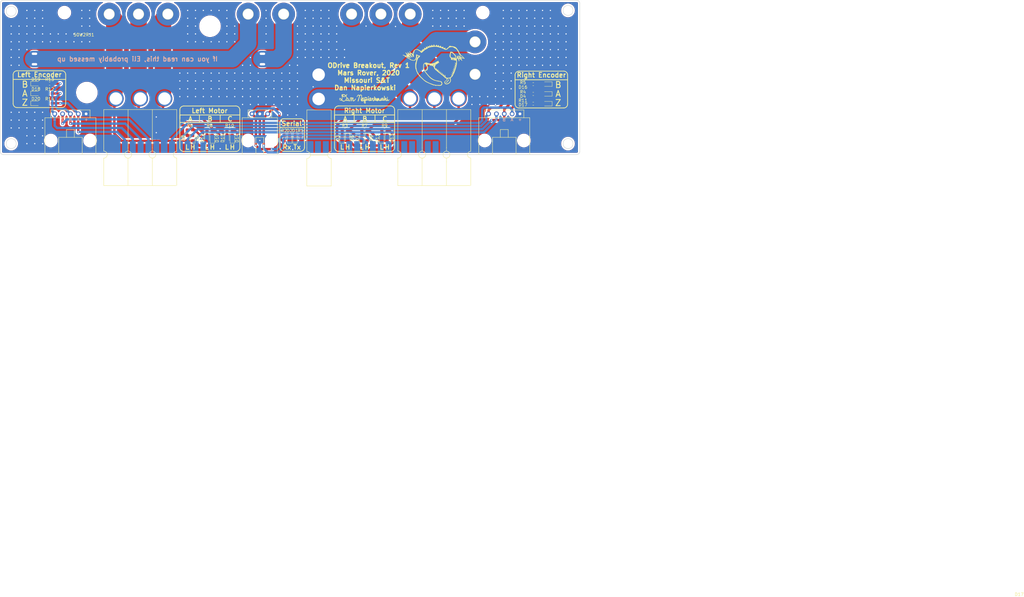
<source format=kicad_pcb>
(kicad_pcb (version 20171130) (host pcbnew "(5.1.5)-3")
  (layers (0 F.Cu signal) (31 B.Cu signal hide) (34 B.Paste user hide) (35 F.Paste user hide) (36 B.SilkS user) (37 F.SilkS user) (38 B.Mask user hide) (39 F.Mask user hide) (44 Edge.Cuts user))
  (net 0 "")
  (net 1 GND)
  (net 2 "Net-(D1-Pad2)")
  (net 3 "Net-(D2-Pad2)")
  (net 4 "Net-(D3-Pad2)")
  (net 5 "Net-(D6-Pad2)")
  (net 6 "Net-(D7-Pad2)")
  (net 7 "Net-(D10-Pad2)")
  (net 8 "Net-(D11-Pad2)")
  (net 9 "Net-(D14-Pad2)")
  (net 10 Tx)
  (net 11 Rx)
  (net 12 /PV+)
  (net 13 P_Resistor-)
  (net 14 P_Resistor+)
  (net 15 L_Encoder_5V)
  (net 16 R_Encoder_5V)
  (net 17 "Net-(U1-PadCAN_H)")
  (net 18 "Net-(U1-PadCAN_L)")
  (net 19 "Net-(U1-PadAVCC)")
  (net 20 "Net-(U1-PadAGND)")
  (net 21 "Net-(U1-PadSCK)")
  (net 22 "Net-(U1-PadMISO)")
  (net 23 "Net-(U1-PadMOSI)")
  (net 24 "Net-(U1-PadGPIO3)")
  (net 25 "Net-(U1-PadGPIO4)")
  (net 26 "Net-(U1-PadGPIO5)")
  (net 27 "Net-(U1-PadGPIO6)")
  (net 28 "Net-(U1-PadGPIO7)")
  (net 29 "Net-(U1-PadGPIO8)")
  (net 30 "Net-(U1-PadE0_3V3)")
  (net 31 "Net-(U1-PadE1_3V3)")
  (net 32 L_Encoder_Z)
  (net 33 L_Encoder_B)
  (net 34 L_Encoder_A)
  (net 35 R_Encoder_Z)
  (net 36 R_Encoder_B)
  (net 37 R_Encoder_A)
  (net 38 ML_A)
  (net 39 ML_B)
  (net 40 ML_C)
  (net 41 MR_A)
  (net 42 MR_B)
  (net 43 MR_C)
  (net 44 "Net-(D4-Pad2)")
  (net 45 "Net-(D16-Pad2)")
  (net 46 "Net-(D17-Pad2)")
  (net 47 "Net-(D18-Pad2)")
  (net 48 "Net-(D19-Pad2)")
  (net 49 "Net-(D20-Pad2)")
  (module SamacSys_Parts:Signature (layer F.Cu) (at 168.91 104.775)
    (fp_text reference G*** hide)
    (fp_text value LOGO hide)
  )
  (module SamacSys_Parts:lizard_logo (layer F.Cu) (at 191.643 95.5675)
    (fp_text reference G*** hide)
    (fp_text value LOGO hide)
  )
  (module Footprints:ODriveInterfacingBoard (layer F.Cu) (at 67.945 151.13)
    (fp_text reference U1)
    (fp_text value ODrive)
    (pad "" np_thru_hole circle (at 3.896717 -74.232849) (size 3.4 3.4) (drill 3.4) (layers *.Cu *.Mask))
    (pad "" np_thru_hole circle (at 139.396717 -74.232849) (size 3.4 3.4) (drill 3.4) (layers *.Cu *.Mask))
    (pad E1_3V3 smd rect (at 48.896749 -29.502849) (size 1.905 3.81) (drill (offset 0 -1.143)) (layers B.Cu B.Paste B.Mask) (net 31 "Net-(U1-PadE1_3V3)"))
    (pad E1_5V smd rect (at 46.356749 -29.502849) (size 1.905 3.81) (drill (offset 0 -1.143)) (layers B.Cu B.Paste B.Mask) (net 16 R_Encoder_5V))
    (pad E1_A smd rect (at 43.816749 -29.502849) (size 1.905 3.81) (drill (offset 0 -1.143)) (layers B.Cu B.Paste B.Mask) (net 37 R_Encoder_A))
    (pad E1_B smd rect (at 41.276749 -29.502849) (size 1.905 3.81) (drill (offset 0 -1.143)) (layers B.Cu B.Paste B.Mask) (net 36 R_Encoder_B))
    (pad E1_Z smd rect (at 38.736749 -29.502849) (size 1.905 3.81) (drill (offset 0 -1.143)) (layers B.Cu B.Paste B.Mask) (net 35 R_Encoder_Z))
    (pad E1_GND smd rect (at 36.196749 -29.502849) (size 1.905 3.81) (drill (offset 0 -1.143)) (layers B.Cu B.Paste B.Mask) (net 1 GND))
    (pad E0_3V3 smd rect (at 33.656749 -29.502849) (size 1.905 3.81) (drill (offset 0 -1.143)) (layers B.Cu B.Paste B.Mask) (net 30 "Net-(U1-PadE0_3V3)"))
    (pad E0_5V smd rect (at 31.116749 -29.502849) (size 1.905 3.81) (drill (offset 0 -1.143)) (layers B.Cu B.Paste B.Mask) (net 15 L_Encoder_5V))
    (pad E0_A smd rect (at 28.576749 -29.502849) (size 1.905 3.81) (drill (offset 0 -1.143)) (layers B.Cu B.Paste B.Mask) (net 34 L_Encoder_A))
    (pad E0_B smd rect (at 26.036749 -29.502849) (size 1.905 3.81) (drill (offset 0 -1.143)) (layers B.Cu B.Paste B.Mask) (net 33 L_Encoder_B))
    (pad E0_Z smd rect (at 23.496749 -29.502849) (size 1.905 3.81) (drill (offset 0 -1.143)) (layers B.Cu B.Paste B.Mask) (net 32 L_Encoder_Z))
    (pad E0_GND smd rect (at 20.956749 -29.502849) (size 1.905 3.81) (drill (offset 0 -1.143)) (layers B.Cu B.Paste B.Mask) (net 1 GND))
    (pad GND3 smd rect (at 80.936717 -29.502849) (size 1.905 3.81) (drill (offset 0 -1.143)) (layers B.Cu B.Paste B.Mask) (net 1 GND))
    (pad GND2 smd rect (at 83.476717 -29.502849) (size 1.905 3.81) (drill (offset 0 -1.143)) (layers B.Cu B.Paste B.Mask) (net 1 GND))
    (pad GPIO8 smd rect (at 86.016717 -29.502849) (size 1.905 3.81) (drill (offset 0 -1.143)) (layers B.Cu B.Paste B.Mask) (net 29 "Net-(U1-PadGPIO8)"))
    (pad GPIO7 smd rect (at 88.556717 -29.502849) (size 1.905 3.81) (drill (offset 0 -1.143)) (layers B.Cu B.Paste B.Mask) (net 28 "Net-(U1-PadGPIO7)"))
    (pad GPIO6 smd rect (at 91.096717 -29.502849) (size 1.905 3.81) (drill (offset 0 -1.143)) (layers B.Cu B.Paste B.Mask) (net 27 "Net-(U1-PadGPIO6)"))
    (pad GPIO5 smd rect (at 93.636717 -29.502849) (size 1.905 3.81) (drill (offset 0 -1.143)) (layers B.Cu B.Paste B.Mask) (net 26 "Net-(U1-PadGPIO5)"))
    (pad GPIO4 smd rect (at 96.176717 -29.502849) (size 1.905 3.81) (drill (offset 0 -1.143)) (layers B.Cu B.Paste B.Mask) (net 25 "Net-(U1-PadGPIO4)"))
    (pad GPIO3 smd rect (at 98.716717 -29.502849) (size 1.905 3.81) (drill (offset 0 -1.143)) (layers B.Cu B.Paste B.Mask) (net 24 "Net-(U1-PadGPIO3)"))
    (pad GPIO2 smd rect (at 101.256717 -29.502849) (size 1.905 3.81) (drill (offset 0 -1.143)) (layers B.Cu B.Paste B.Mask) (net 11 Rx))
    (pad GPIO1 smd rect (at 103.796717 -29.502849) (size 1.905 3.81) (drill (offset 0 -1.143)) (layers B.Cu B.Paste B.Mask) (net 10 Tx))
    (pad MOSI smd rect (at 106.336717 -29.502849) (size 1.905 3.81) (drill (offset 0 -1.143)) (layers B.Cu B.Paste B.Mask) (net 23 "Net-(U1-PadMOSI)"))
    (pad MISO smd rect (at 108.876717 -29.502849) (size 1.905 3.81) (drill (offset 0 -1.143)) (layers B.Cu B.Paste B.Mask) (net 22 "Net-(U1-PadMISO)"))
    (pad SCK smd rect (at 111.416717 -29.502849) (size 1.905 3.81) (drill (offset 0 -1.143)) (layers B.Cu B.Paste B.Mask) (net 21 "Net-(U1-PadSCK)"))
    (pad AGND smd rect (at 113.956717 -29.502849) (size 1.905 3.81) (drill (offset 0 -1.143)) (layers B.Cu B.Paste B.Mask) (net 20 "Net-(U1-PadAGND)"))
    (pad AVCC smd rect (at 116.496717 -29.502849) (size 1.905 3.81) (drill (offset 0 -1.143)) (layers B.Cu B.Paste B.Mask) (net 19 "Net-(U1-PadAVCC)"))
    (pad GND1 smd rect (at 119.036717 -29.502849) (size 1.905 3.81) (drill (offset 0 -1.143)) (layers B.Cu B.Paste B.Mask) (net 1 GND))
    (pad CAN_L smd rect (at 121.576717 -29.502849) (size 1.905 3.81) (drill (offset 0 -1.143)) (layers B.Cu B.Paste B.Mask) (net 18 "Net-(U1-PadCAN_L)"))
    (pad CAN_H smd rect (at 124.116717 -29.502849) (size 1.905 3.81) (drill (offset 0 -1.143)) (layers B.Cu B.Paste B.Mask) (net 17 "Net-(U1-PadCAN_H)"))
    (pad GND0 smd rect (at 126.656717 -29.502849) (size 1.905 3.81) (drill (offset 0 -1.143)) (layers B.Cu B.Paste B.Mask) (net 1 GND))
    (pad M0_A thru_hole circle (at 18.396717 -73.732849 180) (size 7.4 7.4) (drill 3.4) (layers *.Cu *.Mask) (net 38 ML_A))
    (pad M0_B thru_hole circle (at 27.896717 -73.732849 180) (size 7.4 7.4) (drill 3.4) (layers *.Cu *.Mask) (net 39 ML_B))
    (pad M0_C thru_hole circle (at 37.396717 -73.732849 180) (size 7.4 7.4) (drill 3.4) (layers *.Cu *.Mask) (net 40 ML_C))
    (pad AUX_V+ thru_hole circle (at 63.396717 -73.732849 180) (size 7.4 7.4) (drill 3.4) (layers *.Cu *.Mask) (net 14 P_Resistor+))
    (pad AUX_V- thru_hole circle (at 74.896717 -73.732849 180) (size 7.4 7.4) (drill 3.4) (layers *.Cu *.Mask) (net 13 P_Resistor-))
    (pad M1_A thru_hole circle (at 96.896717 -73.732849 180) (size 7.4 7.4) (drill 3.4) (layers *.Cu *.Mask) (net 41 MR_A))
    (pad M1_B thru_hole circle (at 106.396717 -73.732849 180) (size 7.4 7.4) (drill 3.4) (layers *.Cu *.Mask) (net 42 MR_B))
    (pad M1_C thru_hole circle (at 115.896717 -73.732849 180) (size 7.4 7.4) (drill 3.4) (layers *.Cu *.Mask) (net 43 MR_C))
    (pad DC_V+ thru_hole circle (at 136.896717 -64.732849 180) (size 7.4 7.4) (drill 3.4) (layers *.Cu *.Mask) (net 12 /PV+))
    (pad DC_V- thru_hole circle (at 136.896717 -54.232849 180) (size 7.4 7.4) (drill 3.4) (layers *.Cu *.Mask) (net 1 GND))
  )
  (module "" (layer F.Cu) (at 219.329 111.76)
    (fp_text reference "" (at 161.73 153.73) (layer F.SilkS) (effects (font (size 1.27 1.27))))
    (fp_text value "" (at 161.73 153.73) (layer F.SilkS) (effects (font (size 1.27 1.27))))
    (fp_text user D17 (at 161.73 153.73 180) (layer F.SilkS))
  )
  (module Resistor_SMD:R_0603_1608Metric_Pad1.05x0.95mm_HandSolder (layer F.Cu) (at 67.056 106.299 180)
    (fp_text reference R14 (at 0 1.397) (layer F.SilkS))
    (fp_text value 500)
    (pad 2 smd roundrect (at 0.875 0 180) (size 1.05 0.95) (layers F.Cu F.Paste F.Mask) (net 49 "Net-(D20-Pad2)"))
    (pad 1 smd roundrect (at -0.875 0 180) (size 1.05 0.95) (layers F.Cu F.Paste F.Mask) (net 32 L_Encoder_Z))
  )
  (module Resistor_SMD:R_0603_1608Metric_Pad1.05x0.95mm_HandSolder (layer F.Cu) (at 67.056 99.949 180)
    (fp_text reference R13 (at 0 1.397) (layer F.SilkS))
    (fp_text value 500)
    (pad 2 smd roundrect (at 0.875 0 180) (size 1.05 0.95) (layers F.Cu F.Paste F.Mask) (net 48 "Net-(D19-Pad2)"))
    (pad 1 smd roundrect (at -0.875 0 180) (size 1.05 0.95) (layers F.Cu F.Paste F.Mask) (net 33 L_Encoder_B))
  )
  (module Resistor_SMD:R_0603_1608Metric_Pad1.05x0.95mm_HandSolder (layer F.Cu) (at 67.056 103.124 180)
    (fp_text reference R12 (at 0 1.397) (layer F.SilkS))
    (fp_text value 500)
    (pad 2 smd roundrect (at 0.875 0 180) (size 1.05 0.95) (layers F.Cu F.Paste F.Mask) (net 47 "Net-(D18-Pad2)"))
    (pad 1 smd roundrect (at -0.875 0 180) (size 1.05 0.95) (layers F.Cu F.Paste F.Mask) (net 34 L_Encoder_A))
  )
  (module Resistor_SMD:R_0603_1608Metric_Pad1.05x0.95mm_HandSolder (layer F.Cu) (at 223.6851 106.4387)
    (fp_text reference R11 (at -3.3401 -1.0287) (layer F.SilkS))
    (fp_text value 500)
    (pad 2 smd roundrect (at 0.875 0) (size 1.05 0.95) (layers F.Cu F.Paste F.Mask) (net 46 "Net-(D17-Pad2)"))
    (pad 1 smd roundrect (at -0.875 0) (size 1.05 0.95) (layers F.Cu F.Paste F.Mask) (net 35 R_Encoder_Z))
  )
  (module Resistor_SMD:R_0603_1608Metric_Pad1.05x0.95mm_HandSolder (layer F.Cu) (at 223.6851 100.0887)
    (fp_text reference R5 (at -3.3401 -0.5207) (layer F.SilkS))
    (fp_text value 500)
    (pad 2 smd roundrect (at 0.875 0) (size 1.05 0.95) (layers F.Cu F.Paste F.Mask) (net 45 "Net-(D16-Pad2)"))
    (pad 1 smd roundrect (at -0.875 0) (size 1.05 0.95) (layers F.Cu F.Paste F.Mask) (net 36 R_Encoder_B))
  )
  (module Resistor_SMD:R_0603_1608Metric_Pad1.05x0.95mm_HandSolder (layer F.Cu) (at 223.6851 103.2637)
    (fp_text reference R4 (at -3.3401 -0.6477) (layer F.SilkS))
    (fp_text value 500)
    (pad 2 smd roundrect (at 0.875 0) (size 1.05 0.95) (layers F.Cu F.Paste F.Mask) (net 44 "Net-(D4-Pad2)"))
    (pad 1 smd roundrect (at -0.875 0) (size 1.05 0.95) (layers F.Cu F.Paste F.Mask) (net 37 R_Encoder_A))
  )
  (module LED_SMD:LED_0603_1608Metric_Pad1.05x0.95mm_HandSolder (layer F.Cu) (at 62.597 106.299)
    (fp_text reference D20 (at 0 -1.43) (layer F.SilkS))
    (fp_text value "Rx Yellow")
    (pad 2 smd roundrect (at 0.875 0) (size 1.05 0.95) (layers F.Cu F.Paste F.Mask) (net 49 "Net-(D20-Pad2)"))
    (pad 1 smd roundrect (at -0.875 0) (size 1.05 0.95) (layers F.Cu F.Paste F.Mask) (net 1 GND))
  )
  (module LED_SMD:LED_0603_1608Metric_Pad1.05x0.95mm_HandSolder (layer F.Cu) (at 62.611 99.949)
    (fp_text reference D19 (at 0 -1.43) (layer F.SilkS))
    (fp_text value "Rx Yellow")
    (pad 2 smd roundrect (at 0.875 0) (size 1.05 0.95) (layers F.Cu F.Paste F.Mask) (net 48 "Net-(D19-Pad2)"))
    (pad 1 smd roundrect (at -0.875 0) (size 1.05 0.95) (layers F.Cu F.Paste F.Mask) (net 1 GND))
  )
  (module LED_SMD:LED_0603_1608Metric_Pad1.05x0.95mm_HandSolder (layer F.Cu) (at 62.611 103.124)
    (fp_text reference D18 (at 0 -1.43) (layer F.SilkS))
    (fp_text value "Rx Yellow")
    (pad 2 smd roundrect (at 0.875 0) (size 1.05 0.95) (layers F.Cu F.Paste F.Mask) (net 47 "Net-(D18-Pad2)"))
    (pad 1 smd roundrect (at -0.875 0) (size 1.05 0.95) (layers F.Cu F.Paste F.Mask) (net 1 GND))
  )
  (module LED_SMD:LED_0603_1608Metric_Pad1.05x0.95mm_HandSolder (layer F.Cu) (at 228.1301 106.4387 180)
    (fp_text reference D17 (at 7.7851 -0.3683) (layer F.SilkS))
    (fp_text value "Rx Yellow")
    (pad 2 smd roundrect (at 0.875 0 180) (size 1.05 0.95) (layers F.Cu F.Paste F.Mask) (net 46 "Net-(D17-Pad2)"))
    (pad 1 smd roundrect (at -0.875 0 180) (size 1.05 0.95) (layers F.Cu F.Paste F.Mask) (net 1 GND))
  )
  (module LED_SMD:LED_0603_1608Metric_Pad1.05x0.95mm_HandSolder (layer F.Cu) (at 228.1301 100.0887 180)
    (fp_text reference D16 (at 7.7851 -1.0033) (layer F.SilkS))
    (fp_text value "Rx Yellow")
    (pad 2 smd roundrect (at 0.875 0 180) (size 1.05 0.95) (layers F.Cu F.Paste F.Mask) (net 45 "Net-(D16-Pad2)"))
    (pad 1 smd roundrect (at -0.875 0 180) (size 1.05 0.95) (layers F.Cu F.Paste F.Mask) (net 1 GND))
  )
  (module LED_SMD:LED_0603_1608Metric_Pad1.05x0.95mm_HandSolder (layer F.Cu) (at 228.1301 103.2637 180)
    (fp_text reference D4 (at 7.7851 -0.7493) (layer F.SilkS))
    (fp_text value "Rx Yellow")
    (pad 2 smd roundrect (at 0.875 0 180) (size 1.05 0.95) (layers F.Cu F.Paste F.Mask) (net 44 "Net-(D4-Pad2)"))
    (pad 1 smd roundrect (at -0.875 0 180) (size 1.05 0.95) (layers F.Cu F.Paste F.Mask) (net 1 GND))
  )
  (module Footprints:PowerResistorMounts (layer F.Cu) (at 99.06 83.82 180)
    (fp_text reference 50W2RJ1 (at 20.930409 -0.281749) (layer F.SilkS))
    (fp_text value 50W2RJ1)
    (pad "" np_thru_hole circle (at -19.939 2.5 180) (size 6 6) (drill 6) (layers *.Cu *.Mask))
    (pad "" np_thru_hole circle (at 19.9517 -19 180) (size 6 6) (drill 6) (layers *.Cu *.Mask))
    (pad 1 thru_hole oval (at -36.9189 -9.8298 180) (size 2.54 1.524) (drill oval 1.778 0.762) (layers *.Cu *.Mask) (net 13 P_Resistor-))
    (pad 1 thru_hole oval (at -36.9189 -6.4262 180) (size 2.54 1.524) (drill oval 1.778 0.762) (layers *.Cu *.Mask) (net 13 P_Resistor-))
    (pad 2 thru_hole oval (at 36.9189 -9.8298 180) (size 2.54 1.524) (drill oval 1.778 0.762) (layers *.Cu *.Mask) (net 14 P_Resistor+))
    (pad 2 thru_hole oval (at 36.9189 -6.4262 180) (size 2.54 1.524) (drill oval 1.778 0.762) (layers *.Cu *.Mask) (net 14 P_Resistor+))
  )
  (module MRDT_Connectors:Anderson_3_Horizontal_Side_by_Side (layer F.Cu) (at 183.769 104.775 90)
    (fp_text reference Conn8 hide)
    (fp_text value MR)
    (pad 1 thru_hole circle (at 0 0 90) (size 5.08 5.08) (drill 4.06) (layers *.Cu *.Mask F.Paste) (net 41 MR_A))
    (pad 2 thru_hole circle (at 0 7.874 90) (size 5.08 5.08) (drill 4.06) (layers *.Cu *.Mask F.Paste) (net 42 MR_B))
    (pad 3 thru_hole circle (at 0 15.748 90) (size 5.08 5.08) (drill 4.06) (layers *.Cu *.Mask F.Paste) (net 43 MR_C))
  )
  (module Resistor_SMD:R_0603_1608Metric_Pad1.05x0.95mm_HandSolder (layer F.Cu) (at 125.349 114.935 180)
    (fp_text reference R10 (at 0 1.397) (layer F.SilkS))
    (fp_text value 1.5k)
    (pad 2 smd roundrect (at 0.875 0 180) (size 1.05 0.95) (layers F.Cu F.Paste F.Mask) (net 9 "Net-(D14-Pad2)"))
    (pad 1 smd roundrect (at -0.875 0 180) (size 1.05 0.95) (layers F.Cu F.Paste F.Mask) (net 38 ML_A))
  )
  (module Resistor_SMD:R_0603_1608Metric_Pad1.05x0.95mm_HandSolder (layer F.Cu) (at 175.514 114.935 180)
    (fp_text reference R9 (at 0 1.397) (layer F.SilkS))
    (fp_text value 1.5k)
    (pad 2 smd roundrect (at 0.875 0 180) (size 1.05 0.95) (layers F.Cu F.Paste F.Mask) (net 8 "Net-(D11-Pad2)"))
    (pad 1 smd roundrect (at -0.875 0 180) (size 1.05 0.95) (layers F.Cu F.Paste F.Mask) (net 41 MR_A))
  )
  (module Resistor_SMD:R_0603_1608Metric_Pad1.05x0.95mm_HandSolder (layer F.Cu) (at 118.872 114.935 180)
    (fp_text reference R8 (at 0 1.397) (layer F.SilkS))
    (fp_text value 1.5k)
    (pad 2 smd roundrect (at 0.875 0 180) (size 1.05 0.95) (layers F.Cu F.Paste F.Mask) (net 7 "Net-(D10-Pad2)"))
    (pad 1 smd roundrect (at -0.875 0 180) (size 1.05 0.95) (layers F.Cu F.Paste F.Mask) (net 40 ML_C))
  )
  (module Resistor_SMD:R_0603_1608Metric_Pad1.05x0.95mm_HandSolder (layer F.Cu) (at 169.037 114.935 180)
    (fp_text reference R7 (at 0 1.397) (layer F.SilkS))
    (fp_text value 1.5k)
    (pad 2 smd roundrect (at 0.875 0 180) (size 1.05 0.95) (layers F.Cu F.Paste F.Mask) (net 6 "Net-(D7-Pad2)"))
    (pad 1 smd roundrect (at -0.875 0 180) (size 1.05 0.95) (layers F.Cu F.Paste F.Mask) (net 43 MR_C))
  )
  (module Resistor_SMD:R_0603_1608Metric_Pad1.05x0.95mm_HandSolder (layer F.Cu) (at 112.522 114.935 180)
    (fp_text reference R6 (at 0 1.397) (layer F.SilkS))
    (fp_text value 1.5k)
    (pad 2 smd roundrect (at 0.875 0 180) (size 1.05 0.95) (layers F.Cu F.Paste F.Mask) (net 5 "Net-(D6-Pad2)"))
    (pad 1 smd roundrect (at -0.875 0 180) (size 1.05 0.95) (layers F.Cu F.Paste F.Mask) (net 39 ML_B))
  )
  (module Resistor_SMD:R_0603_1608Metric_Pad1.05x0.95mm_HandSolder (layer F.Cu) (at 162.687 114.935 180)
    (fp_text reference R3 (at 0 1.397) (layer F.SilkS))
    (fp_text value 1.5k)
    (pad 2 smd roundrect (at 0.875 0 180) (size 1.05 0.95) (layers F.Cu F.Paste F.Mask) (net 4 "Net-(D3-Pad2)"))
    (pad 1 smd roundrect (at -0.875 0 180) (size 1.05 0.95) (layers F.Cu F.Paste F.Mask) (net 42 MR_B))
  )
  (module Resistor_SMD:R_0603_1608Metric_Pad1.05x0.95mm_HandSolder (layer F.Cu) (at 143.002 117.602 90)
    (fp_text reference R2 (at 2.413 0 180) (layer F.SilkS))
    (fp_text value 1.5k)
    (pad 2 smd roundrect (at 0.875 0 90) (size 1.05 0.95) (layers F.Cu F.Paste F.Mask) (net 3 "Net-(D2-Pad2)"))
    (pad 1 smd roundrect (at -0.875 0 90) (size 1.05 0.95) (layers F.Cu F.Paste F.Mask) (net 10 Tx))
  )
  (module Resistor_SMD:R_0603_1608Metric_Pad1.05x0.95mm_HandSolder (layer F.Cu) (at 148.336 117.602 90)
    (fp_text reference R1 (at 2.413 0 180) (layer F.SilkS))
    (fp_text value 1.5k)
    (pad 2 smd roundrect (at 0.875 0 90) (size 1.05 0.95) (layers F.Cu F.Paste F.Mask) (net 2 "Net-(D1-Pad2)"))
    (pad 1 smd roundrect (at -0.875 0 90) (size 1.05 0.95) (layers F.Cu F.Paste F.Mask) (net 11 Rx))
  )
  (module LED_SMD:LED_0603_1608Metric_Pad1.05x0.95mm_HandSolder (layer F.Cu) (at 124.46 117.616 270)
    (fp_text reference D15 (at -0.014 1.397 90) (layer F.SilkS))
    (fp_text value "M0 C Low Orange")
    (pad 2 smd roundrect (at 0.875 0 270) (size 1.05 0.95) (layers F.Cu F.Paste F.Mask) (net 40 ML_C))
    (pad 1 smd roundrect (at -0.875 0 270) (size 1.05 0.95) (layers F.Cu F.Paste F.Mask) (net 9 "Net-(D14-Pad2)"))
  )
  (module LED_SMD:LED_0603_1608Metric_Pad1.05x0.95mm_HandSolder (layer F.Cu) (at 126.238 117.602 90)
    (fp_text reference D14 (at 0 1.524 90) (layer F.SilkS))
    (fp_text value "M0 C High Orange")
    (pad 2 smd roundrect (at 0.875 0 90) (size 1.05 0.95) (layers F.Cu F.Paste F.Mask) (net 9 "Net-(D14-Pad2)"))
    (pad 1 smd roundrect (at -0.875 0 90) (size 1.05 0.95) (layers F.Cu F.Paste F.Mask) (net 40 ML_C))
  )
  (module LED_SMD:LED_0603_1608Metric_Pad1.05x0.95mm_HandSolder (layer F.Cu) (at 176.403 117.602 270)
    (fp_text reference D13 (at 0 -1.524 270) (layer F.SilkS))
    (fp_text value "M1 C Low Orange")
    (pad 2 smd roundrect (at 0.875 0 270) (size 1.05 0.95) (layers F.Cu F.Paste F.Mask) (net 43 MR_C))
    (pad 1 smd roundrect (at -0.875 0 270) (size 1.05 0.95) (layers F.Cu F.Paste F.Mask) (net 8 "Net-(D11-Pad2)"))
  )
  (module LED_SMD:LED_0603_1608Metric_Pad1.05x0.95mm_HandSolder (layer F.Cu) (at 117.983 117.602 270)
    (fp_text reference D12 (at 0 1.397 90) (layer F.SilkS))
    (fp_text value "M0 B Low Orange")
    (pad 2 smd roundrect (at 0.875 0 270) (size 1.05 0.95) (layers F.Cu F.Paste F.Mask) (net 39 ML_B))
    (pad 1 smd roundrect (at -0.875 0 270) (size 1.05 0.95) (layers F.Cu F.Paste F.Mask) (net 7 "Net-(D10-Pad2)"))
  )
  (module LED_SMD:LED_0603_1608Metric_Pad1.05x0.95mm_HandSolder (layer F.Cu) (at 174.625 117.602 90)
    (fp_text reference D11 (at 0 -1.43 90) (layer F.SilkS))
    (fp_text value "M1 C High Orange")
    (pad 2 smd roundrect (at 0.875 0 90) (size 1.05 0.95) (layers F.Cu F.Paste F.Mask) (net 8 "Net-(D11-Pad2)"))
    (pad 1 smd roundrect (at -0.875 0 90) (size 1.05 0.95) (layers F.Cu F.Paste F.Mask) (net 43 MR_C))
  )
  (module LED_SMD:LED_0603_1608Metric_Pad1.05x0.95mm_HandSolder (layer F.Cu) (at 119.761 117.616 90)
    (fp_text reference D10 (at 0.014 1.524 90) (layer F.SilkS))
    (fp_text value "M0 B High Orange")
    (pad 2 smd roundrect (at 0.875 0 90) (size 1.05 0.95) (layers F.Cu F.Paste F.Mask) (net 7 "Net-(D10-Pad2)"))
    (pad 1 smd roundrect (at -0.875 0 90) (size 1.05 0.95) (layers F.Cu F.Paste F.Mask) (net 39 ML_B))
  )
  (module LED_SMD:LED_0603_1608Metric_Pad1.05x0.95mm_HandSolder (layer F.Cu) (at 169.926 117.602 270)
    (fp_text reference D9 (at 0 -1.43 90) (layer F.SilkS))
    (fp_text value "M1 B Low Orange")
    (pad 2 smd roundrect (at 0.875 0 270) (size 1.05 0.95) (layers F.Cu F.Paste F.Mask) (net 42 MR_B))
    (pad 1 smd roundrect (at -0.875 0 270) (size 1.05 0.95) (layers F.Cu F.Paste F.Mask) (net 6 "Net-(D7-Pad2)"))
  )
  (module LED_SMD:LED_0603_1608Metric_Pad1.05x0.95mm_HandSolder (layer F.Cu) (at 111.633 117.602 270)
    (fp_text reference D8 (at 0 1.397 90) (layer F.SilkS))
    (fp_text value "M0 A Low Orange")
    (pad 2 smd roundrect (at 0.875 0 270) (size 1.05 0.95) (layers F.Cu F.Paste F.Mask) (net 38 ML_A))
    (pad 1 smd roundrect (at -0.875 0 270) (size 1.05 0.95) (layers F.Cu F.Paste F.Mask) (net 5 "Net-(D6-Pad2)"))
  )
  (module LED_SMD:LED_0603_1608Metric_Pad1.05x0.95mm_HandSolder (layer F.Cu) (at 168.148 117.602 90)
    (fp_text reference D7 (at 0 -1.43 90) (layer F.SilkS))
    (fp_text value "M1 B High Orange")
    (pad 2 smd roundrect (at 0.875 0 90) (size 1.05 0.95) (layers F.Cu F.Paste F.Mask) (net 6 "Net-(D7-Pad2)"))
    (pad 1 smd roundrect (at -0.875 0 90) (size 1.05 0.95) (layers F.Cu F.Paste F.Mask) (net 42 MR_B))
  )
  (module LED_SMD:LED_0603_1608Metric_Pad1.05x0.95mm_HandSolder (layer F.Cu) (at 113.411 117.588 90)
    (fp_text reference D6 (at 0 1.524 90) (layer F.SilkS))
    (fp_text value "M0 A High Orange")
    (pad 2 smd roundrect (at 0.875 0 90) (size 1.05 0.95) (layers F.Cu F.Paste F.Mask) (net 5 "Net-(D6-Pad2)"))
    (pad 1 smd roundrect (at -0.875 0 90) (size 1.05 0.95) (layers F.Cu F.Paste F.Mask) (net 38 ML_A))
  )
  (module LED_SMD:LED_0603_1608Metric_Pad1.05x0.95mm_HandSolder (layer F.Cu) (at 163.576 117.602 270)
    (fp_text reference D5 (at 0 -1.524 90) (layer F.SilkS))
    (fp_text value "M1 A Low Orange")
    (pad 2 smd roundrect (at 0.875 0 270) (size 1.05 0.95) (layers F.Cu F.Paste F.Mask) (net 41 MR_A))
    (pad 1 smd roundrect (at -0.875 0 270) (size 1.05 0.95) (layers F.Cu F.Paste F.Mask) (net 4 "Net-(D3-Pad2)"))
  )
  (module LED_SMD:LED_0603_1608Metric_Pad1.05x0.95mm_HandSolder (layer F.Cu) (at 161.798 117.602 90)
    (fp_text reference D3 (at 0 -1.43 90) (layer F.SilkS))
    (fp_text value "M1 A High Orange")
    (pad 2 smd roundrect (at 0.875 0 90) (size 1.05 0.95) (layers F.Cu F.Paste F.Mask) (net 4 "Net-(D3-Pad2)"))
    (pad 1 smd roundrect (at -0.875 0 90) (size 1.05 0.95) (layers F.Cu F.Paste F.Mask) (net 41 MR_A))
  )
  (module LED_SMD:LED_0603_1608Metric_Pad1.05x0.95mm_HandSolder (layer F.Cu) (at 144.78 117.602 90)
    (fp_text reference D2 (at 2.413 0 180) (layer F.SilkS))
    (fp_text value "Rx Yellow")
    (pad 2 smd roundrect (at 0.875 0 90) (size 1.05 0.95) (layers F.Cu F.Paste F.Mask) (net 3 "Net-(D2-Pad2)"))
    (pad 1 smd roundrect (at -0.875 0 90) (size 1.05 0.95) (layers F.Cu F.Paste F.Mask) (net 1 GND))
  )
  (module LED_SMD:LED_0603_1608Metric_Pad1.05x0.95mm_HandSolder (layer F.Cu) (at 146.558 117.602 90)
    (fp_text reference D1 (at 2.413 0 180) (layer F.SilkS))
    (fp_text value "Tx Yellow")
    (pad 2 smd roundrect (at 0.875 0 90) (size 1.05 0.95) (layers F.Cu F.Paste F.Mask) (net 2 "Net-(D1-Pad2)"))
    (pad 1 smd roundrect (at -0.875 0 90) (size 1.05 0.95) (layers F.Cu F.Paste F.Mask) (net 1 GND))
  )
  (module MRDT_Connectors:MOLEX_SL_03_Horizontal (layer F.Cu) (at 137.668 109.728 180)
    (fp_text reference Conn9 hide)
    (fp_text value Molex_SL_03)
    (pad "" np_thru_hole circle (at 6.35 -8.636 180) (size 3.45 3.45) (drill 3.45) (layers *.Cu *.Mask))
    (pad "" np_thru_hole circle (at -1.27 -8.636 180) (size 3.45 3.45) (drill 3.45) (layers *.Cu *.Mask))
    (pad 3 thru_hole circle (at 5.08 0 180) (size 1.524 1.524) (drill 0.762) (layers *.Cu *.Mask) (net 10 Tx))
    (pad 2 thru_hole circle (at 2.54 0 180) (size 1.524 1.524) (drill 0.9) (layers *.Cu *.Mask) (net 1 GND))
    (pad 1 thru_hole circle (at 0 0 180) (size 1.524 1.524) (drill 0.9) (layers *.Cu *.Mask) (net 11 Rx))
  )
  (module MRDT_Connectors:Anderson_3_Horizontal_Side_by_Side (layer F.Cu) (at 88.519 104.775 90)
    (fp_text reference Conn7 hide)
    (fp_text value ML)
    (pad 1 thru_hole circle (at 0 0 90) (size 5.08 5.08) (drill 4.06) (layers *.Cu *.Mask F.Paste) (net 38 ML_A))
    (pad 2 thru_hole circle (at 0 7.874 90) (size 5.08 5.08) (drill 4.06) (layers *.Cu *.Mask F.Paste) (net 39 ML_B))
    (pad 3 thru_hole circle (at 0 15.748 90) (size 5.08 5.08) (drill 4.06) (layers *.Cu *.Mask F.Paste) (net 40 ML_C))
  )
  (module MRDT_Connectors:Anderson_2_Horizontal_Stacked (layer F.Cu) (at 154.178 104.902 90)
    (fp_text reference Conn3 hide)
    (fp_text value AndersonPP)
    (pad 1 thru_hole circle (at 7.874 0 90) (size 5.08 5.08) (drill 4.06) (layers *.Cu *.Mask F.Paste) (net 1 GND))
    (pad 4 thru_hole circle (at 0 0 90) (size 5.08 5.08) (drill 4.06) (layers *.Cu *.Mask F.Paste) (net 12 /PV+))
  )
  (module MRDT_Connectors:MOLEX_SL_05_Horizontal (layer F.Cu) (at 219.3798 109.728 180)
    (fp_text reference Conn2 hide)
    (fp_text value Molex_SL_05)
    (pad "" np_thru_hole circle (at 11.43 -8.636 180) (size 3.45 3.45) (drill 3.45) (layers *.Cu *.Mask))
    (pad "" np_thru_hole circle (at -1.27 -8.636 180) (size 3.45 3.45) (drill 3.45) (layers *.Cu *.Mask))
    (pad 5 thru_hole circle (at 10.16 0 180) (size 1.524 1.524) (drill 0.9) (layers *.Cu *.Mask) (net 36 R_Encoder_B))
    (pad 4 thru_hole circle (at 7.62 0 180) (size 1.524 1.524) (drill 0.9) (layers *.Cu *.Mask) (net 16 R_Encoder_5V))
    (pad 3 thru_hole circle (at 5.08 0 180) (size 1.524 1.524) (drill 0.9) (layers *.Cu *.Mask) (net 37 R_Encoder_A))
    (pad 2 thru_hole circle (at 2.54 0 180) (size 1.524 1.524) (drill 0.9) (layers *.Cu *.Mask) (net 35 R_Encoder_Z))
    (pad 1 thru_hole circle (at 0 0 180) (size 1.524 1.524) (drill 0.9) (layers *.Cu *.Mask) (net 1 GND))
  )
  (module MRDT_Connectors:MOLEX_SL_05_Horizontal (layer F.Cu) (at 78.867 109.728 180)
    (fp_text reference Conn1 hide)
    (fp_text value Molex_SL_05)
    (pad "" np_thru_hole circle (at 11.43 -8.636 180) (size 3.45 3.45) (drill 3.45) (layers *.Cu *.Mask))
    (pad "" np_thru_hole circle (at -1.27 -8.636 180) (size 3.45 3.45) (drill 3.45) (layers *.Cu *.Mask))
    (pad 5 thru_hole circle (at 10.16 0 180) (size 1.524 1.524) (drill 0.9) (layers *.Cu *.Mask) (net 33 L_Encoder_B))
    (pad 4 thru_hole circle (at 7.62 0 180) (size 1.524 1.524) (drill 0.9) (layers *.Cu *.Mask) (net 15 L_Encoder_5V))
    (pad 3 thru_hole circle (at 5.08 0 180) (size 1.524 1.524) (drill 0.9) (layers *.Cu *.Mask) (net 34 L_Encoder_A))
    (pad 2 thru_hole circle (at 2.54 0 180) (size 1.524 1.524) (drill 0.9) (layers *.Cu *.Mask) (net 32 L_Encoder_Z))
    (pad 1 thru_hole circle (at 0 0 180) (size 1.524 1.524) (drill 0.9) (layers *.Cu *.Mask) (net 1 GND))
  )
  (gr_text "ODrive Breakout, Rev 1\nMars Rover, 2020\nMissouri S&T \nDan Napierkowski  \n" (at 170.3705 97.663) (layer F.SilkS) (effects (font (size 1.5 1.5) (thickness 0.35))))
  (gr_text "If you can read this, Eli probably messed up" (at 95.504 91.948) (layer B.SilkS) (effects (font (size 1.5 1.5) (thickness 0.3)) (justify mirror)))
  (gr_line (start 234.823 106.553) (end 234.823 97.155) (layer F.SilkS) (width 0.25))
  (gr_arc (start 233.553 106.553) (end 233.553 107.823) (angle -90) (layer F.SilkS) (width 0.25))
  (gr_line (start 217.805 106.553) (end 217.805 97.155) (layer F.SilkS) (width 0.25))
  (gr_line (start 234.823 98.679) (end 217.805 98.679) (layer F.SilkS) (width 0.25))
  (gr_line (start 219.075 107.823) (end 233.553 107.823) (layer F.SilkS) (width 0.25))
  (gr_arc (start 233.553 97.155) (end 234.823 97.155) (angle -90) (layer F.SilkS) (width 0.25))
  (gr_arc (start 219.075 106.553) (end 217.805 106.553) (angle -90) (layer F.SilkS) (width 0.25))
  (gr_line (start 219.075 95.885) (end 233.553 95.885) (layer F.SilkS) (width 0.25))
  (gr_arc (start 219.075 97.155) (end 219.075 95.885) (angle -90) (layer F.SilkS) (width 0.25))
  (gr_text B (at 231.775 100.33) (layer F.SilkS) (effects (font (size 2 2) (thickness 0.3))))
  (gr_text "Right Encoder" (at 226.314 97.155) (layer F.SilkS) (effects (font (size 1.5 1.5) (thickness 0.3))))
  (gr_text Z (at 231.7496 106.172) (layer F.SilkS) (effects (font (size 2 2) (thickness 0.3))))
  (gr_text A (at 231.7496 103.251) (layer F.SilkS) (effects (font (size 2 2) (thickness 0.3))))
  (gr_text A (at 59.0296 103.124) (layer F.SilkS) (effects (font (size 2 2) (thickness 0.3))))
  (gr_text Z (at 59.0296 106.045) (layer F.SilkS) (effects (font (size 2 2) (thickness 0.3))))
  (gr_text "Left Encoder" (at 63.754 97.028) (layer F.SilkS) (effects (font (size 1.5 1.5) (thickness 0.3))))
  (gr_text B (at 59.055 100.203) (layer F.SilkS) (effects (font (size 2 2) (thickness 0.3))))
  (gr_arc (start 56.515 97.028) (end 56.515 95.758) (angle -90) (layer F.SilkS) (width 0.25))
  (gr_line (start 56.515 95.758) (end 70.993 95.758) (layer F.SilkS) (width 0.25))
  (gr_arc (start 56.515 106.426) (end 55.245 106.426) (angle -90) (layer F.SilkS) (width 0.25))
  (gr_arc (start 70.993 97.028) (end 72.263 97.028) (angle -90) (layer F.SilkS) (width 0.25))
  (gr_line (start 56.515 107.696) (end 70.993 107.696) (layer F.SilkS) (width 0.25))
  (gr_line (start 72.263 98.552) (end 55.245 98.552) (layer F.SilkS) (width 0.25))
  (gr_line (start 55.245 106.426) (end 55.245 97.028) (layer F.SilkS) (width 0.25))
  (gr_arc (start 70.993 106.426) (end 70.993 107.696) (angle -90) (layer F.SilkS) (width 0.25))
  (gr_line (start 72.263 106.426) (end 72.263 97.028) (layer F.SilkS) (width 0.25))
  (gr_text Z (at 211.6455 111.633) (layer B.SilkS) (effects (font (size 1 1)) (justify mirror)))
  (gr_text + (at 219.3925 111.5695) (layer B.SilkS) (effects (font (size 1 1)) (justify mirror)))
  (gr_text - (at 209.1055 111.633) (layer B.SilkS) (effects (font (size 1 1)) (justify mirror)))
  (gr_text A (at 216.789 111.633) (layer B.SilkS) (effects (font (size 1 1)) (justify mirror)))
  (gr_text B (at 214.249 111.633) (layer B.SilkS) (effects (font (size 1 1)) (justify mirror)))
  (gr_text + (at 78.9305 111.5695) (layer B.SilkS) (effects (font (size 1 1)) (justify mirror)))
  (gr_text A (at 76.327 111.633) (layer B.SilkS) (effects (font (size 1 1)) (justify mirror)))
  (gr_text B (at 73.787 111.633) (layer B.SilkS) (effects (font (size 1 1)) (justify mirror)))
  (gr_text Z (at 71.1835 111.633) (layer B.SilkS) (effects (font (size 1 1)) (justify mirror)))
  (gr_text - (at 68.6435 111.633) (layer B.SilkS) (effects (font (size 1 1)) (justify mirror)))
  (gr_arc (start 237.744 73.914) (end 238.76 73.914) (angle -90) (layer Edge.Cuts) (width 0.15))
  (gr_arc (start 237.744 121.92) (end 237.744 122.936) (angle -90) (layer Edge.Cuts) (width 0.15))
  (gr_arc (start 52.07 121.92) (end 51.054 121.92) (angle -90) (layer Edge.Cuts) (width 0.15))
  (gr_arc (start 52.07 73.914) (end 52.07 72.898) (angle -90) (layer Edge.Cuts) (width 0.15))
  (gr_circle (center 234.95 119.38) (end 236.58195 119.38) (layer Edge.Cuts) (width 0.15))
  (gr_circle (center 234.95 76.2) (end 236.58195 76.2) (layer Edge.Cuts) (width 0.15))
  (gr_circle (center 54.61 119.38) (end 56.24195 119.38) (layer Edge.Cuts) (width 0.15))
  (gr_circle (center 54.61 76.454) (end 56.24195 76.454) (layer Edge.Cuts) (width 0.15))
  (gr_arc (start 142.875 120.5865) (end 141.605 120.5865) (angle -90) (layer F.SilkS) (width 0.25))
  (gr_arc (start 148.336 120.5865) (end 148.336 121.8565) (angle -90) (layer F.SilkS) (width 0.25))
  (gr_arc (start 142.875 112.5855) (end 142.875 111.3155) (angle -90) (layer F.SilkS) (width 0.25))
  (gr_arc (start 148.336 112.5855) (end 149.606 112.5855) (angle -90) (layer F.SilkS) (width 0.25))
  (gr_text Serial (at 145.4785 112.903) (layer F.SilkS) (effects (font (size 1.5 1.5) (thickness 0.3))))
  (gr_line (start 149.606 114.173) (end 149.606 112.5855) (layer F.SilkS) (width 0.25))
  (gr_line (start 142.875 111.3155) (end 148.336 111.3155) (layer F.SilkS) (width 0.25))
  (gr_line (start 141.605 114.173) (end 141.605 112.5855) (layer F.SilkS) (width 0.25))
  (gr_line (start 141.605 114.173) (end 141.605 120.5865) (layer F.SilkS) (width 0.25))
  (gr_line (start 149.606 114.173) (end 141.605 114.173) (layer F.SilkS) (width 0.25))
  (gr_line (start 149.606 120.5865) (end 149.606 114.173) (layer F.SilkS) (width 0.25))
  (gr_line (start 142.875 121.8565) (end 148.336 121.8565) (layer F.SilkS) (width 0.25))
  (gr_text Tx (at 147.193 120.523) (layer F.SilkS) (effects (font (size 1.5 1.5) (thickness 0.3))))
  (gr_text Rx (at 143.891 120.523) (layer F.SilkS) (effects (font (size 1.5 1.5) (thickness 0.3))))
  (gr_text "Right Motor" (at 169.005 108.697) (layer F.SilkS) (effects (font (size 1.5 1.5) (thickness 0.3))))
  (gr_text A (at 162.782 111.364) (layer F.SilkS) (effects (font (size 1.5 1.5) (thickness 0.3))))
  (gr_text B (at 169.132 111.364) (layer F.SilkS) (effects (font (size 1.5 1.5) (thickness 0.3))))
  (gr_text C (at 175.609 111.364) (layer F.SilkS) (effects (font (size 1.5 1.5) (thickness 0.3))))
  (gr_text L (at 168.116 120.508) (layer F.SilkS) (effects (font (size 1.5 1.5) (thickness 0.3))))
  (gr_text H (at 169.894 120.508) (layer F.SilkS) (effects (font (size 1.5 1.5) (thickness 0.3))))
  (gr_text H (at 163.544 120.508) (layer F.SilkS) (effects (font (size 1.5 1.5) (thickness 0.3))))
  (gr_text H (at 176.371 120.508) (layer F.SilkS) (effects (font (size 1.5 1.5) (thickness 0.3))))
  (gr_text "L\n" (at 161.512 120) (layer F.SilkS) (effects (font (size 0.0381 0.0381) (thickness 0.00762))))
  (gr_text L (at 161.766 120.508) (layer F.SilkS) (effects (font (size 1.5 1.5) (thickness 0.3))))
  (gr_text "L\n" (at 167.989 120) (layer F.SilkS) (effects (font (size 0.0381 0.0381) (thickness 0.00762))))
  (gr_text "L\n" (at 174.339 120.254) (layer F.SilkS) (effects (font (size 0.0381 0.0381) (thickness 0.00762))))
  (gr_text L (at 174.593 120.508) (layer F.SilkS) (effects (font (size 1.5 1.5) (thickness 0.3))))
  (gr_line (start 160.623 121.905) (end 177.514 121.905) (layer F.SilkS) (width 0.25))
  (gr_arc (start 160.623 108.443) (end 160.623 107.173) (angle -90) (layer F.SilkS) (width 0.25))
  (gr_line (start 178.784 110.094) (end 178.784 108.443) (layer F.SilkS) (width 0.25))
  (gr_line (start 159.353 111.364) (end 159.353 108.443) (layer F.SilkS) (width 0.25))
  (gr_line (start 165.703 112.507) (end 165.703 110.094) (layer F.SilkS) (width 0.25))
  (gr_line (start 159.353 112.507) (end 178.784 112.507) (layer F.SilkS) (width 0.25))
  (gr_line (start 178.784 110.094) (end 178.784 120.635) (layer F.SilkS) (width 0.25))
  (gr_arc (start 177.514 120.635) (end 177.514 121.905) (angle -90) (layer F.SilkS) (width 0.25))
  (gr_line (start 159.353 110.094) (end 159.353 120.635) (layer F.SilkS) (width 0.25))
  (gr_arc (start 160.623 120.635) (end 159.353 120.635) (angle -90) (layer F.SilkS) (width 0.25))
  (gr_line (start 159.353 110.094) (end 178.784 110.094) (layer F.SilkS) (width 0.25))
  (gr_line (start 172.434 112.507) (end 172.434 110.094) (layer F.SilkS) (width 0.25))
  (gr_arc (start 177.514 108.443) (end 178.784 108.443) (angle -90) (layer F.SilkS) (width 0.25))
  (gr_line (start 160.623 107.173) (end 177.514 107.173) (layer F.SilkS) (width 0.25))
  (gr_arc (start 127.381 120.65) (end 127.381 121.92) (angle -90) (layer F.SilkS) (width 0.25))
  (gr_arc (start 127.381 108.458) (end 128.651 108.458) (angle -90) (layer F.SilkS) (width 0.25))
  (gr_arc (start 110.49 108.458) (end 110.49 107.188) (angle -90) (layer F.SilkS) (width 0.25))
  (gr_arc (start 110.49 120.65) (end 109.22 120.65) (angle -90) (layer F.SilkS) (width 0.25))
  (gr_line (start 128.651 110.109) (end 128.651 108.458) (layer F.SilkS) (width 0.25))
  (gr_line (start 110.49 107.188) (end 127.381 107.188) (layer F.SilkS) (width 0.25))
  (gr_line (start 109.22 111.379) (end 109.22 108.458) (layer F.SilkS) (width 0.25))
  (gr_line (start 122.301 112.522) (end 122.301 110.109) (layer F.SilkS) (width 0.25))
  (gr_line (start 115.57 112.522) (end 115.57 110.109) (layer F.SilkS) (width 0.25))
  (gr_line (start 109.22 112.522) (end 128.651 112.522) (layer F.SilkS) (width 0.25))
  (gr_line (start 109.22 110.109) (end 109.22 120.65) (layer F.SilkS) (width 0.25))
  (gr_line (start 110.49 121.92) (end 127.381 121.92) (layer F.SilkS) (width 0.25))
  (gr_line (start 128.651 110.109) (end 128.651 120.65) (layer F.SilkS) (width 0.25))
  (gr_line (start 109.22 110.109) (end 128.651 110.109) (layer F.SilkS) (width 0.25))
  (gr_text "Left Motor" (at 118.872 108.712) (layer F.SilkS) (effects (font (size 1.5 1.5) (thickness 0.3))))
  (gr_text A (at 112.649 111.379) (layer F.SilkS) (effects (font (size 1.5 1.5) (thickness 0.3))))
  (gr_text B (at 118.999 111.379) (layer F.SilkS) (effects (font (size 1.5 1.5) (thickness 0.3))))
  (gr_text C (at 125.476 111.379) (layer F.SilkS) (effects (font (size 1.5 1.5) (thickness 0.3))))
  (gr_text H (at 113.411 120.523) (layer F.SilkS) (effects (font (size 1.5 1.5) (thickness 0.3))))
  (gr_text "L\n" (at 111.379 120.015) (layer F.SilkS) (effects (font (size 0.0381 0.0381) (thickness 0.00762))))
  (gr_text L (at 111.633 120.523) (layer F.SilkS) (effects (font (size 1.5 1.5) (thickness 0.3))))
  (gr_text L (at 124.46 120.523) (layer F.SilkS) (effects (font (size 1.5 1.5) (thickness 0.3))))
  (gr_text H (at 126.238 120.523) (layer F.SilkS) (effects (font (size 1.5 1.5) (thickness 0.3))))
  (gr_text "L\n" (at 124.206 120.269) (layer F.SilkS) (effects (font (size 0.0381 0.0381) (thickness 0.00762))))
  (gr_text H (at 119.761 120.523) (layer F.SilkS) (effects (font (size 1.5 1.5) (thickness 0.3))))
  (gr_text L (at 117.983 120.523) (layer F.SilkS) (effects (font (size 1.5 1.5) (thickness 0.3))))
  (gr_text "L\n" (at 117.856 120.015) (layer F.SilkS) (effects (font (size 0.0381 0.0381) (thickness 0.00762))))
  (gr_line (start 76.327 72.898) (end 211.836 72.898) (layer Edge.Cuts) (width 0.15))
  (gr_line (start 76.64958 122.936) (end 211.836 122.936) (layer Edge.Cuts) (width 0.15))
  (gr_line (start 51.054 121.92) (end 51.054 73.914) (layer Edge.Cuts) (width 0.15))
  (gr_line (start 52.07 122.936) (end 76.64958 122.936) (layer Edge.Cuts) (width 0.15))
  (gr_line (start 52.07 72.898) (end 76.327 72.898) (layer Edge.Cuts) (width 0.15))
  (gr_line (start 238.76 73.914) (end 238.76 121.92) (layer Edge.Cuts) (width 0.15))
  (gr_line (start 211.836 72.898) (end 237.744 72.898) (layer Edge.Cuts) (width 0.15))
  (gr_line (start 211.836 122.936) (end 237.744 122.936) (layer Edge.Cuts) (width 0.15))
  (via (at 211.455 106.68) (size 0.8) (drill 0.4) (layers F.Cu B.Cu) (net 1))
  (via (at 122.301 121.031) (size 0.8) (drill 0.4) (layers F.Cu B.Cu) (net 1))
  (via (at 146.939 110.109) (size 0.8) (drill 0.4) (layers F.Cu B.Cu) (net 1))
  (via (at 144.145 110.109) (size 0.8) (drill 0.4) (layers F.Cu B.Cu) (net 1))
  (via (at 101.6 115.824) (size 0.8) (drill 0.4) (layers F.Cu B.Cu) (net 1))
  (via (at 101.6 110.744) (size 0.8) (drill 0.4) (layers F.Cu B.Cu) (net 1))
  (segment (start 194.601717 119.120849) (end 194.601717 121.627151) (width 0.762) (layer B.Cu) (net 1))
  (segment (start 188.881566 117.221) (end 192.701868 117.221) (width 0.762) (layer B.Cu) (net 1))
  (segment (start 186.981717 119.120849) (end 188.881566 117.221) (width 0.762) (layer B.Cu) (net 1))
  (segment (start 192.701868 117.221) (end 194.601717 119.120849) (width 0.762) (layer B.Cu) (net 1))
  (segment (start 186.981717 121.627151) (end 186.981717 119.120849) (width 0.762) (layer B.Cu) (net 1))
  (via (at 169.545 81.28) (size 0.8) (drill 0.4) (layers F.Cu B.Cu) (net 1))
  (via (at 179.07 81.407) (size 0.8) (drill 0.4) (layers F.Cu B.Cu) (net 1))
  (via (at 145.796 121.285) (size 0.8) (drill 0.4) (layers F.Cu B.Cu) (net 1))
  (segment (start 151.382868 121.666) (end 151.421717 121.627151) (width 0.762) (layer B.Cu) (net 1))
  (segment (start 151.421717 121.627151) (end 148.881717 121.627151) (width 0.762) (layer B.Cu) (net 1))
  (segment (start 146.138151 121.627151) (end 145.796 121.285) (width 0.762) (layer B.Cu) (net 1))
  (segment (start 148.881717 121.627151) (end 146.138151 121.627151) (width 0.762) (layer B.Cu) (net 1))
  (segment (start 146.558 118.477) (end 144.78 118.477) (width 0.762) (layer F.Cu) (net 1))
  (via (at 147.32 96.52) (size 0.8) (drill 0.4) (layers F.Cu B.Cu) (net 1))
  (via (at 147.32 99.06) (size 0.8) (drill 0.4) (layers F.Cu B.Cu) (net 1))
  (via (at 147.32 101.6) (size 0.8) (drill 0.4) (layers F.Cu B.Cu) (net 1))
  (via (at 147.32 104.14) (size 0.8) (drill 0.4) (layers F.Cu B.Cu) (net 1))
  (via (at 147.32 106.68) (size 0.8) (drill 0.4) (layers F.Cu B.Cu) (net 1))
  (via (at 147.32 93.98) (size 0.8) (drill 0.4) (layers F.Cu B.Cu) (net 1))
  (via (at 147.32 91.44) (size 0.8) (drill 0.4) (layers F.Cu B.Cu) (net 1))
  (via (at 147.32 88.9) (size 0.8) (drill 0.4) (layers F.Cu B.Cu) (net 1))
  (via (at 147.32 86.36) (size 0.8) (drill 0.4) (layers F.Cu B.Cu) (net 1))
  (via (at 147.32 83.82) (size 0.8) (drill 0.4) (layers F.Cu B.Cu) (net 1))
  (via (at 147.32 81.28) (size 0.8) (drill 0.4) (layers F.Cu B.Cu) (net 1))
  (via (at 149.86 91.44) (size 0.8) (drill 0.4) (layers F.Cu B.Cu) (net 1))
  (via (at 149.86 88.9) (size 0.8) (drill 0.4) (layers F.Cu B.Cu) (net 1))
  (via (at 149.86 86.36) (size 0.8) (drill 0.4) (layers F.Cu B.Cu) (net 1))
  (via (at 149.86 83.82) (size 0.8) (drill 0.4) (layers F.Cu B.Cu) (net 1))
  (via (at 149.86 81.28) (size 0.8) (drill 0.4) (layers F.Cu B.Cu) (net 1))
  (via (at 149.86 78.74) (size 0.8) (drill 0.4) (layers F.Cu B.Cu) (net 1))
  (via (at 149.86 76.2) (size 0.8) (drill 0.4) (layers F.Cu B.Cu) (net 1))
  (via (at 152.4 76.2) (size 0.8) (drill 0.4) (layers F.Cu B.Cu) (net 1))
  (via (at 154.94 76.2) (size 0.8) (drill 0.4) (layers F.Cu B.Cu) (net 1))
  (via (at 157.48 76.2) (size 0.8) (drill 0.4) (layers F.Cu B.Cu) (net 1))
  (via (at 152.4 78.74) (size 0.8) (drill 0.4) (layers F.Cu B.Cu) (net 1))
  (via (at 154.94 78.74) (size 0.8) (drill 0.4) (layers F.Cu B.Cu) (net 1))
  (via (at 157.48 78.74) (size 0.8) (drill 0.4) (layers F.Cu B.Cu) (net 1))
  (via (at 152.4 81.28) (size 0.8) (drill 0.4) (layers F.Cu B.Cu) (net 1))
  (via (at 154.94 81.28) (size 0.8) (drill 0.4) (layers F.Cu B.Cu) (net 1))
  (via (at 157.48 81.28) (size 0.8) (drill 0.4) (layers F.Cu B.Cu) (net 1))
  (via (at 152.4 83.82) (size 0.8) (drill 0.4) (layers F.Cu B.Cu) (net 1))
  (via (at 154.94 83.82) (size 0.8) (drill 0.4) (layers F.Cu B.Cu) (net 1))
  (via (at 157.48 83.82) (size 0.8) (drill 0.4) (layers F.Cu B.Cu) (net 1))
  (via (at 152.4 86.36) (size 0.8) (drill 0.4) (layers F.Cu B.Cu) (net 1))
  (via (at 154.94 86.36) (size 0.8) (drill 0.4) (layers F.Cu B.Cu) (net 1))
  (via (at 157.48 86.36) (size 0.8) (drill 0.4) (layers F.Cu B.Cu) (net 1))
  (via (at 160.02 83.82) (size 0.8) (drill 0.4) (layers F.Cu B.Cu) (net 1))
  (via (at 160.02 81.28) (size 0.8) (drill 0.4) (layers F.Cu B.Cu) (net 1))
  (via (at 152.4 88.9) (size 0.8) (drill 0.4) (layers F.Cu B.Cu) (net 1))
  (via (at 154.94 88.9) (size 0.8) (drill 0.4) (layers F.Cu B.Cu) (net 1))
  (via (at 152.4 91.44) (size 0.8) (drill 0.4) (layers F.Cu B.Cu) (net 1))
  (via (at 135.128 118.364) (size 0.8) (drill 0.4) (layers F.Cu B.Cu) (net 1))
  (via (at 154.94 91.44) (size 0.8) (drill 0.4) (layers F.Cu B.Cu) (net 1))
  (via (at 157.48 88.9) (size 0.8) (drill 0.4) (layers F.Cu B.Cu) (net 1))
  (via (at 160.02 86.36) (size 0.8) (drill 0.4) (layers F.Cu B.Cu) (net 1))
  (via (at 160.02 88.9) (size 0.8) (drill 0.4) (layers F.Cu B.Cu) (net 1))
  (via (at 162.56 88.9) (size 0.8) (drill 0.4) (layers F.Cu B.Cu) (net 1))
  (via (at 162.56 91.44) (size 0.8) (drill 0.4) (layers F.Cu B.Cu) (net 1))
  (via (at 160.02 91.44) (size 0.8) (drill 0.4) (layers F.Cu B.Cu) (net 1))
  (via (at 157.48 91.44) (size 0.8) (drill 0.4) (layers F.Cu B.Cu) (net 1))
  (via (at 144.78 106.68) (size 0.8) (drill 0.4) (layers F.Cu B.Cu) (net 1))
  (via (at 144.78 104.14) (size 0.8) (drill 0.4) (layers F.Cu B.Cu) (net 1))
  (via (at 144.78 101.6) (size 0.8) (drill 0.4) (layers F.Cu B.Cu) (net 1))
  (via (at 144.78 99.06) (size 0.8) (drill 0.4) (layers F.Cu B.Cu) (net 1))
  (via (at 144.78 96.52) (size 0.8) (drill 0.4) (layers F.Cu B.Cu) (net 1))
  (via (at 144.78 93.98) (size 0.8) (drill 0.4) (layers F.Cu B.Cu) (net 1))
  (via (at 142.24 96.52) (size 0.8) (drill 0.4) (layers F.Cu B.Cu) (net 1))
  (via (at 142.24 99.06) (size 0.8) (drill 0.4) (layers F.Cu B.Cu) (net 1))
  (via (at 142.24 101.6) (size 0.8) (drill 0.4) (layers F.Cu B.Cu) (net 1))
  (via (at 142.24 104.14) (size 0.8) (drill 0.4) (layers F.Cu B.Cu) (net 1))
  (via (at 142.24 106.68) (size 0.8) (drill 0.4) (layers F.Cu B.Cu) (net 1))
  (via (at 139.7 106.68) (size 0.8) (drill 0.4) (layers F.Cu B.Cu) (net 1))
  (via (at 139.7 104.14) (size 0.8) (drill 0.4) (layers F.Cu B.Cu) (net 1))
  (via (at 139.7 101.6) (size 0.8) (drill 0.4) (layers F.Cu B.Cu) (net 1))
  (via (at 139.7 99.06) (size 0.8) (drill 0.4) (layers F.Cu B.Cu) (net 1))
  (via (at 139.7 96.52) (size 0.8) (drill 0.4) (layers F.Cu B.Cu) (net 1))
  (via (at 137.16 96.52) (size 0.8) (drill 0.4) (layers F.Cu B.Cu) (net 1))
  (via (at 137.16 99.06) (size 0.8) (drill 0.4) (layers F.Cu B.Cu) (net 1))
  (via (at 137.16 101.6) (size 0.8) (drill 0.4) (layers F.Cu B.Cu) (net 1))
  (via (at 137.16 104.14) (size 0.8) (drill 0.4) (layers F.Cu B.Cu) (net 1))
  (via (at 137.16 106.68) (size 0.8) (drill 0.4) (layers F.Cu B.Cu) (net 1))
  (via (at 134.62 106.68) (size 0.8) (drill 0.4) (layers F.Cu B.Cu) (net 1))
  (via (at 134.62 104.14) (size 0.8) (drill 0.4) (layers F.Cu B.Cu) (net 1))
  (via (at 134.62 101.6) (size 0.8) (drill 0.4) (layers F.Cu B.Cu) (net 1))
  (via (at 134.62 99.06) (size 0.8) (drill 0.4) (layers F.Cu B.Cu) (net 1))
  (via (at 134.62 96.52) (size 0.8) (drill 0.4) (layers F.Cu B.Cu) (net 1))
  (via (at 132.08 96.52) (size 0.8) (drill 0.4) (layers F.Cu B.Cu) (net 1))
  (via (at 132.08 99.06) (size 0.8) (drill 0.4) (layers F.Cu B.Cu) (net 1))
  (via (at 132.08 101.6) (size 0.8) (drill 0.4) (layers F.Cu B.Cu) (net 1))
  (via (at 132.08 104.14) (size 0.8) (drill 0.4) (layers F.Cu B.Cu) (net 1))
  (via (at 132.08 106.68) (size 0.8) (drill 0.4) (layers F.Cu B.Cu) (net 1))
  (via (at 129.54 106.68) (size 0.8) (drill 0.4) (layers F.Cu B.Cu) (net 1))
  (via (at 129.54 104.14) (size 0.8) (drill 0.4) (layers F.Cu B.Cu) (net 1))
  (via (at 129.54 101.6) (size 0.8) (drill 0.4) (layers F.Cu B.Cu) (net 1))
  (via (at 129.54 99.06) (size 0.8) (drill 0.4) (layers F.Cu B.Cu) (net 1))
  (via (at 129.54 96.52) (size 0.8) (drill 0.4) (layers F.Cu B.Cu) (net 1))
  (via (at 129.54 93.98) (size 0.8) (drill 0.4) (layers F.Cu B.Cu) (net 1))
  (via (at 132.08 93.98) (size 0.8) (drill 0.4) (layers F.Cu B.Cu) (net 1))
  (via (at 132.08 91.44) (size 0.8) (drill 0.4) (layers F.Cu B.Cu) (net 1))
  (via (at 137.16 86.36) (size 0.8) (drill 0.4) (layers F.Cu B.Cu) (net 1))
  (via (at 137.16 83.82) (size 0.8) (drill 0.4) (layers F.Cu B.Cu) (net 1))
  (via (at 137.16 81.28) (size 0.8) (drill 0.4) (layers F.Cu B.Cu) (net 1))
  (via (at 137.16 78.74) (size 0.8) (drill 0.4) (layers F.Cu B.Cu) (net 1))
  (via (at 137.16 76.2) (size 0.8) (drill 0.4) (layers F.Cu B.Cu) (net 1))
  (via (at 127 96.52) (size 0.8) (drill 0.4) (layers F.Cu B.Cu) (net 1))
  (via (at 124.46 96.52) (size 0.8) (drill 0.4) (layers F.Cu B.Cu) (net 1))
  (via (at 121.92 96.52) (size 0.8) (drill 0.4) (layers F.Cu B.Cu) (net 1))
  (via (at 127 99.06) (size 0.8) (drill 0.4) (layers F.Cu B.Cu) (net 1))
  (via (at 124.46 99.06) (size 0.8) (drill 0.4) (layers F.Cu B.Cu) (net 1))
  (via (at 121.92 99.06) (size 0.8) (drill 0.4) (layers F.Cu B.Cu) (net 1))
  (via (at 119.38 96.52) (size 0.8) (drill 0.4) (layers F.Cu B.Cu) (net 1))
  (via (at 119.38 99.06) (size 0.8) (drill 0.4) (layers F.Cu B.Cu) (net 1))
  (via (at 119.38 101.6) (size 0.8) (drill 0.4) (layers F.Cu B.Cu) (net 1))
  (via (at 121.92 101.6) (size 0.8) (drill 0.4) (layers F.Cu B.Cu) (net 1))
  (via (at 124.46 101.6) (size 0.8) (drill 0.4) (layers F.Cu B.Cu) (net 1))
  (via (at 127 101.6) (size 0.8) (drill 0.4) (layers F.Cu B.Cu) (net 1))
  (via (at 127 104.14) (size 0.8) (drill 0.4) (layers F.Cu B.Cu) (net 1))
  (via (at 124.46 104.14) (size 0.8) (drill 0.4) (layers F.Cu B.Cu) (net 1))
  (via (at 121.92 104.14) (size 0.8) (drill 0.4) (layers F.Cu B.Cu) (net 1))
  (via (at 119.38 104.14) (size 0.8) (drill 0.4) (layers F.Cu B.Cu) (net 1))
  (via (at 116.84 104.14) (size 0.8) (drill 0.4) (layers F.Cu B.Cu) (net 1))
  (via (at 116.84 101.6) (size 0.8) (drill 0.4) (layers F.Cu B.Cu) (net 1))
  (via (at 116.84 99.06) (size 0.8) (drill 0.4) (layers F.Cu B.Cu) (net 1))
  (via (at 116.84 96.52) (size 0.8) (drill 0.4) (layers F.Cu B.Cu) (net 1))
  (via (at 114.3 96.52) (size 0.8) (drill 0.4) (layers F.Cu B.Cu) (net 1))
  (via (at 114.3 99.06) (size 0.8) (drill 0.4) (layers F.Cu B.Cu) (net 1))
  (via (at 114.3 101.6) (size 0.8) (drill 0.4) (layers F.Cu B.Cu) (net 1))
  (via (at 114.3 104.14) (size 0.8) (drill 0.4) (layers F.Cu B.Cu) (net 1))
  (via (at 111.76 104.14) (size 0.8) (drill 0.4) (layers F.Cu B.Cu) (net 1))
  (via (at 111.76 101.6) (size 0.8) (drill 0.4) (layers F.Cu B.Cu) (net 1))
  (via (at 111.76 99.06) (size 0.8) (drill 0.4) (layers F.Cu B.Cu) (net 1))
  (via (at 111.76 96.52) (size 0.8) (drill 0.4) (layers F.Cu B.Cu) (net 1))
  (via (at 109.22 96.52) (size 0.8) (drill 0.4) (layers F.Cu B.Cu) (net 1))
  (via (at 109.22 99.06) (size 0.8) (drill 0.4) (layers F.Cu B.Cu) (net 1))
  (via (at 109.22 101.6) (size 0.8) (drill 0.4) (layers F.Cu B.Cu) (net 1))
  (via (at 109.22 104.14) (size 0.8) (drill 0.4) (layers F.Cu B.Cu) (net 1))
  (via (at 127 86.36) (size 0.8) (drill 0.4) (layers F.Cu B.Cu) (net 1))
  (via (at 124.46 86.36) (size 0.8) (drill 0.4) (layers F.Cu B.Cu) (net 1))
  (via (at 121.92 86.36) (size 0.8) (drill 0.4) (layers F.Cu B.Cu) (net 1))
  (via (at 119.38 86.36) (size 0.8) (drill 0.4) (layers F.Cu B.Cu) (net 1))
  (via (at 116.84 86.36) (size 0.8) (drill 0.4) (layers F.Cu B.Cu) (net 1))
  (via (at 114.3 86.36) (size 0.8) (drill 0.4) (layers F.Cu B.Cu) (net 1))
  (via (at 111.76 86.36) (size 0.8) (drill 0.4) (layers F.Cu B.Cu) (net 1))
  (via (at 111.76 83.82) (size 0.8) (drill 0.4) (layers F.Cu B.Cu) (net 1))
  (via (at 114.3 83.82) (size 0.8) (drill 0.4) (layers F.Cu B.Cu) (net 1))
  (via (at 124.46 83.82) (size 0.8) (drill 0.4) (layers F.Cu B.Cu) (net 1))
  (via (at 127 83.82) (size 0.8) (drill 0.4) (layers F.Cu B.Cu) (net 1))
  (via (at 127 81.28) (size 0.8) (drill 0.4) (layers F.Cu B.Cu) (net 1))
  (via (at 124.46 81.28) (size 0.8) (drill 0.4) (layers F.Cu B.Cu) (net 1))
  (via (at 114.3 81.28) (size 0.8) (drill 0.4) (layers F.Cu B.Cu) (net 1))
  (via (at 111.76 81.28) (size 0.8) (drill 0.4) (layers F.Cu B.Cu) (net 1))
  (via (at 111.76 78.74) (size 0.8) (drill 0.4) (layers F.Cu B.Cu) (net 1))
  (via (at 111.76 76.2) (size 0.8) (drill 0.4) (layers F.Cu B.Cu) (net 1))
  (via (at 114.3 76.2) (size 0.8) (drill 0.4) (layers F.Cu B.Cu) (net 1))
  (via (at 114.3 78.74) (size 0.8) (drill 0.4) (layers F.Cu B.Cu) (net 1))
  (via (at 116.84 76.2) (size 0.8) (drill 0.4) (layers F.Cu B.Cu) (net 1))
  (via (at 119.38 76.2) (size 0.8) (drill 0.4) (layers F.Cu B.Cu) (net 1))
  (via (at 121.92 76.2) (size 0.8) (drill 0.4) (layers F.Cu B.Cu) (net 1))
  (via (at 124.46 78.74) (size 0.8) (drill 0.4) (layers F.Cu B.Cu) (net 1))
  (via (at 124.46 76.2) (size 0.8) (drill 0.4) (layers F.Cu B.Cu) (net 1))
  (via (at 80.01 86.36) (size 0.8) (drill 0.4) (layers F.Cu B.Cu) (net 1))
  (via (at 80.01 83.82) (size 0.8) (drill 0.4) (layers F.Cu B.Cu) (net 1))
  (via (at 80.01 81.28) (size 0.8) (drill 0.4) (layers F.Cu B.Cu) (net 1))
  (via (at 80.01 78.74) (size 0.8) (drill 0.4) (layers F.Cu B.Cu) (net 1))
  (via (at 80.01 76.2) (size 0.8) (drill 0.4) (layers F.Cu B.Cu) (net 1))
  (via (at 77.47 76.2) (size 0.8) (drill 0.4) (layers F.Cu B.Cu) (net 1))
  (via (at 77.47 78.74) (size 0.8) (drill 0.4) (layers F.Cu B.Cu) (net 1))
  (via (at 77.47 81.28) (size 0.8) (drill 0.4) (layers F.Cu B.Cu) (net 1))
  (via (at 77.47 83.82) (size 0.8) (drill 0.4) (layers F.Cu B.Cu) (net 1))
  (via (at 77.47 86.36) (size 0.8) (drill 0.4) (layers F.Cu B.Cu) (net 1))
  (via (at 74.93 86.36) (size 0.8) (drill 0.4) (layers F.Cu B.Cu) (net 1))
  (via (at 74.93 83.82) (size 0.8) (drill 0.4) (layers F.Cu B.Cu) (net 1))
  (via (at 72.39 86.36) (size 0.8) (drill 0.4) (layers F.Cu B.Cu) (net 1))
  (via (at 72.39 83.82) (size 0.8) (drill 0.4) (layers F.Cu B.Cu) (net 1))
  (via (at 69.85 83.82) (size 0.8) (drill 0.4) (layers F.Cu B.Cu) (net 1))
  (via (at 69.85 86.36) (size 0.8) (drill 0.4) (layers F.Cu B.Cu) (net 1))
  (via (at 67.31 86.36) (size 0.8) (drill 0.4) (layers F.Cu B.Cu) (net 1))
  (via (at 67.31 83.82) (size 0.8) (drill 0.4) (layers F.Cu B.Cu) (net 1))
  (via (at 64.77 76.2) (size 0.8) (drill 0.4) (layers F.Cu B.Cu) (net 1))
  (via (at 64.77 78.74) (size 0.8) (drill 0.4) (layers F.Cu B.Cu) (net 1))
  (via (at 64.77 81.28) (size 0.8) (drill 0.4) (layers F.Cu B.Cu) (net 1))
  (via (at 64.77 83.82) (size 0.8) (drill 0.4) (layers F.Cu B.Cu) (net 1))
  (via (at 64.77 86.36) (size 0.8) (drill 0.4) (layers F.Cu B.Cu) (net 1))
  (via (at 62.23 86.36) (size 0.8) (drill 0.4) (layers F.Cu B.Cu) (net 1))
  (via (at 62.23 83.82) (size 0.8) (drill 0.4) (layers F.Cu B.Cu) (net 1))
  (via (at 62.23 81.28) (size 0.8) (drill 0.4) (layers F.Cu B.Cu) (net 1))
  (via (at 62.23 78.74) (size 0.8) (drill 0.4) (layers F.Cu B.Cu) (net 1))
  (via (at 62.23 76.2) (size 0.8) (drill 0.4) (layers F.Cu B.Cu) (net 1))
  (via (at 59.69 76.2) (size 0.8) (drill 0.4) (layers F.Cu B.Cu) (net 1))
  (via (at 59.69 78.74) (size 0.8) (drill 0.4) (layers F.Cu B.Cu) (net 1))
  (via (at 59.69 81.28) (size 0.8) (drill 0.4) (layers F.Cu B.Cu) (net 1))
  (via (at 59.69 83.82) (size 0.8) (drill 0.4) (layers F.Cu B.Cu) (net 1))
  (via (at 59.69 86.36) (size 0.8) (drill 0.4) (layers F.Cu B.Cu) (net 1))
  (via (at 59.69 88.9) (size 0.8) (drill 0.4) (layers F.Cu B.Cu) (net 1))
  (via (at 57.15 88.9) (size 0.8) (drill 0.4) (layers F.Cu B.Cu) (net 1))
  (via (at 57.15 86.36) (size 0.8) (drill 0.4) (layers F.Cu B.Cu) (net 1))
  (via (at 57.15 83.82) (size 0.8) (drill 0.4) (layers F.Cu B.Cu) (net 1))
  (via (at 57.15 81.28) (size 0.8) (drill 0.4) (layers F.Cu B.Cu) (net 1))
  (via (at 54.61 81.28) (size 0.8) (drill 0.4) (layers F.Cu B.Cu) (net 1))
  (via (at 54.61 83.82) (size 0.8) (drill 0.4) (layers F.Cu B.Cu) (net 1))
  (via (at 54.61 86.36) (size 0.8) (drill 0.4) (layers F.Cu B.Cu) (net 1))
  (via (at 54.61 88.9) (size 0.8) (drill 0.4) (layers F.Cu B.Cu) (net 1))
  (via (at 57.15 91.44) (size 0.8) (drill 0.4) (layers F.Cu B.Cu) (net 1))
  (via (at 57.15 93.98) (size 0.8) (drill 0.4) (layers F.Cu B.Cu) (net 1))
  (via (at 54.61 91.44) (size 0.8) (drill 0.4) (layers F.Cu B.Cu) (net 1))
  (via (at 54.61 93.98) (size 0.8) (drill 0.4) (layers F.Cu B.Cu) (net 1))
  (via (at 54.61 109.22) (size 0.8) (drill 0.4) (layers F.Cu B.Cu) (net 1))
  (via (at 57.15 109.22) (size 0.8) (drill 0.4) (layers F.Cu B.Cu) (net 1))
  (via (at 59.69 109.22) (size 0.8) (drill 0.4) (layers F.Cu B.Cu) (net 1))
  (via (at 62.23 109.22) (size 0.8) (drill 0.4) (layers F.Cu B.Cu) (net 1))
  (via (at 64.77 109.22) (size 0.8) (drill 0.4) (layers F.Cu B.Cu) (net 1))
  (via (at 54.61 111.76) (size 0.8) (drill 0.4) (layers F.Cu B.Cu) (net 1))
  (via (at 57.15 111.76) (size 0.8) (drill 0.4) (layers F.Cu B.Cu) (net 1))
  (via (at 59.69 111.76) (size 0.8) (drill 0.4) (layers F.Cu B.Cu) (net 1))
  (via (at 62.23 111.76) (size 0.8) (drill 0.4) (layers F.Cu B.Cu) (net 1))
  (via (at 64.77 111.76) (size 0.8) (drill 0.4) (layers F.Cu B.Cu) (net 1))
  (via (at 64.77 114.3) (size 0.8) (drill 0.4) (layers F.Cu B.Cu) (net 1))
  (via (at 62.23 114.3) (size 0.8) (drill 0.4) (layers F.Cu B.Cu) (net 1))
  (via (at 59.69 114.3) (size 0.8) (drill 0.4) (layers F.Cu B.Cu) (net 1))
  (via (at 57.15 114.3) (size 0.8) (drill 0.4) (layers F.Cu B.Cu) (net 1))
  (via (at 54.61 114.3) (size 0.8) (drill 0.4) (layers F.Cu B.Cu) (net 1))
  (via (at 59.69 116.84) (size 0.8) (drill 0.4) (layers F.Cu B.Cu) (net 1))
  (via (at 62.23 116.84) (size 0.8) (drill 0.4) (layers F.Cu B.Cu) (net 1))
  (via (at 64.77 116.84) (size 0.8) (drill 0.4) (layers F.Cu B.Cu) (net 1))
  (via (at 64.77 119.38) (size 0.8) (drill 0.4) (layers F.Cu B.Cu) (net 1))
  (via (at 62.23 119.38) (size 0.8) (drill 0.4) (layers F.Cu B.Cu) (net 1))
  (via (at 59.69 119.38) (size 0.8) (drill 0.4) (layers F.Cu B.Cu) (net 1))
  (via (at 191.135 76.2) (size 0.8) (drill 0.4) (layers F.Cu B.Cu) (net 1))
  (via (at 191.135 78.74) (size 0.8) (drill 0.4) (layers F.Cu B.Cu) (net 1))
  (via (at 191.135 81.28) (size 0.8) (drill 0.4) (layers F.Cu B.Cu) (net 1))
  (via (at 193.675 76.2) (size 0.8) (drill 0.4) (layers F.Cu B.Cu) (net 1))
  (via (at 193.675 78.74) (size 0.8) (drill 0.4) (layers F.Cu B.Cu) (net 1))
  (via (at 193.675 81.28) (size 0.8) (drill 0.4) (layers F.Cu B.Cu) (net 1))
  (via (at 196.215 76.2) (size 0.8) (drill 0.4) (layers F.Cu B.Cu) (net 1))
  (via (at 196.215 78.74) (size 0.8) (drill 0.4) (layers F.Cu B.Cu) (net 1))
  (via (at 196.215 81.28) (size 0.8) (drill 0.4) (layers F.Cu B.Cu) (net 1))
  (via (at 198.755 76.2) (size 0.8) (drill 0.4) (layers F.Cu B.Cu) (net 1))
  (via (at 198.755 78.74) (size 0.8) (drill 0.4) (layers F.Cu B.Cu) (net 1))
  (via (at 198.755 81.28) (size 0.8) (drill 0.4) (layers F.Cu B.Cu) (net 1))
  (via (at 201.295 76.2) (size 0.8) (drill 0.4) (layers F.Cu B.Cu) (net 1))
  (via (at 201.295 78.74) (size 0.8) (drill 0.4) (layers F.Cu B.Cu) (net 1))
  (via (at 201.295 81.28) (size 0.8) (drill 0.4) (layers F.Cu B.Cu) (net 1))
  (via (at 213.995 81.28) (size 0.8) (drill 0.4) (layers F.Cu B.Cu) (net 1))
  (via (at 213.995 78.74) (size 0.8) (drill 0.4) (layers F.Cu B.Cu) (net 1))
  (via (at 213.995 76.2) (size 0.8) (drill 0.4) (layers F.Cu B.Cu) (net 1))
  (via (at 216.535 76.2) (size 0.8) (drill 0.4) (layers F.Cu B.Cu) (net 1))
  (via (at 219.075 76.2) (size 0.8) (drill 0.4) (layers F.Cu B.Cu) (net 1))
  (via (at 221.615 76.2) (size 0.8) (drill 0.4) (layers F.Cu B.Cu) (net 1))
  (via (at 224.155 76.2) (size 0.8) (drill 0.4) (layers F.Cu B.Cu) (net 1))
  (via (at 226.695 76.2) (size 0.8) (drill 0.4) (layers F.Cu B.Cu) (net 1))
  (via (at 229.235 76.2) (size 0.8) (drill 0.4) (layers F.Cu B.Cu) (net 1))
  (via (at 216.535 78.74) (size 0.8) (drill 0.4) (layers F.Cu B.Cu) (net 1))
  (via (at 219.075 78.74) (size 0.8) (drill 0.4) (layers F.Cu B.Cu) (net 1))
  (via (at 221.615 78.74) (size 0.8) (drill 0.4) (layers F.Cu B.Cu) (net 1))
  (via (at 224.155 78.74) (size 0.8) (drill 0.4) (layers F.Cu B.Cu) (net 1))
  (via (at 226.695 78.74) (size 0.8) (drill 0.4) (layers F.Cu B.Cu) (net 1))
  (via (at 229.235 78.74) (size 0.8) (drill 0.4) (layers F.Cu B.Cu) (net 1))
  (via (at 229.235 81.28) (size 0.8) (drill 0.4) (layers F.Cu B.Cu) (net 1))
  (via (at 226.695 81.28) (size 0.8) (drill 0.4) (layers F.Cu B.Cu) (net 1))
  (via (at 224.155 81.28) (size 0.8) (drill 0.4) (layers F.Cu B.Cu) (net 1))
  (via (at 221.615 81.28) (size 0.8) (drill 0.4) (layers F.Cu B.Cu) (net 1))
  (via (at 219.075 81.28) (size 0.8) (drill 0.4) (layers F.Cu B.Cu) (net 1))
  (via (at 216.535 81.28) (size 0.8) (drill 0.4) (layers F.Cu B.Cu) (net 1))
  (via (at 229.235 83.82) (size 0.8) (drill 0.4) (layers F.Cu B.Cu) (net 1))
  (via (at 226.695 83.82) (size 0.8) (drill 0.4) (layers F.Cu B.Cu) (net 1))
  (via (at 224.155 83.82) (size 0.8) (drill 0.4) (layers F.Cu B.Cu) (net 1))
  (via (at 221.615 83.82) (size 0.8) (drill 0.4) (layers F.Cu B.Cu) (net 1))
  (via (at 219.075 83.82) (size 0.8) (drill 0.4) (layers F.Cu B.Cu) (net 1))
  (via (at 216.535 83.82) (size 0.8) (drill 0.4) (layers F.Cu B.Cu) (net 1))
  (via (at 213.995 83.82) (size 0.8) (drill 0.4) (layers F.Cu B.Cu) (net 1))
  (via (at 211.455 83.82) (size 0.8) (drill 0.4) (layers F.Cu B.Cu) (net 1))
  (via (at 211.455 86.36) (size 0.8) (drill 0.4) (layers F.Cu B.Cu) (net 1))
  (via (at 211.455 88.9) (size 0.8) (drill 0.4) (layers F.Cu B.Cu) (net 1))
  (via (at 213.995 86.36) (size 0.8) (drill 0.4) (layers F.Cu B.Cu) (net 1))
  (via (at 216.535 86.36) (size 0.8) (drill 0.4) (layers F.Cu B.Cu) (net 1))
  (via (at 219.075 86.36) (size 0.8) (drill 0.4) (layers F.Cu B.Cu) (net 1))
  (via (at 221.615 86.36) (size 0.8) (drill 0.4) (layers F.Cu B.Cu) (net 1))
  (via (at 224.155 86.36) (size 0.8) (drill 0.4) (layers F.Cu B.Cu) (net 1))
  (via (at 226.695 86.36) (size 0.8) (drill 0.4) (layers F.Cu B.Cu) (net 1))
  (via (at 229.235 86.36) (size 0.8) (drill 0.4) (layers F.Cu B.Cu) (net 1))
  (via (at 229.235 88.9) (size 0.8) (drill 0.4) (layers F.Cu B.Cu) (net 1))
  (via (at 226.695 88.9) (size 0.8) (drill 0.4) (layers F.Cu B.Cu) (net 1))
  (via (at 224.155 88.9) (size 0.8) (drill 0.4) (layers F.Cu B.Cu) (net 1))
  (via (at 221.615 88.9) (size 0.8) (drill 0.4) (layers F.Cu B.Cu) (net 1))
  (via (at 219.075 88.9) (size 0.8) (drill 0.4) (layers F.Cu B.Cu) (net 1))
  (via (at 216.535 88.9) (size 0.8) (drill 0.4) (layers F.Cu B.Cu) (net 1))
  (via (at 213.995 88.9) (size 0.8) (drill 0.4) (layers F.Cu B.Cu) (net 1))
  (via (at 211.455 91.44) (size 0.8) (drill 0.4) (layers F.Cu B.Cu) (net 1))
  (via (at 213.995 91.44) (size 0.8) (drill 0.4) (layers F.Cu B.Cu) (net 1))
  (via (at 216.535 91.44) (size 0.8) (drill 0.4) (layers F.Cu B.Cu) (net 1))
  (via (at 219.075 91.44) (size 0.8) (drill 0.4) (layers F.Cu B.Cu) (net 1))
  (via (at 221.615 91.44) (size 0.8) (drill 0.4) (layers F.Cu B.Cu) (net 1))
  (via (at 224.155 91.44) (size 0.8) (drill 0.4) (layers F.Cu B.Cu) (net 1))
  (via (at 226.695 91.44) (size 0.8) (drill 0.4) (layers F.Cu B.Cu) (net 1))
  (via (at 229.235 91.44) (size 0.8) (drill 0.4) (layers F.Cu B.Cu) (net 1))
  (via (at 231.775 81.28) (size 0.8) (drill 0.4) (layers F.Cu B.Cu) (net 1))
  (via (at 234.315 81.28) (size 0.8) (drill 0.4) (layers F.Cu B.Cu) (net 1))
  (via (at 234.315 83.82) (size 0.8) (drill 0.4) (layers F.Cu B.Cu) (net 1))
  (via (at 231.775 83.82) (size 0.8) (drill 0.4) (layers F.Cu B.Cu) (net 1))
  (via (at 231.775 86.36) (size 0.8) (drill 0.4) (layers F.Cu B.Cu) (net 1))
  (via (at 234.315 86.36) (size 0.8) (drill 0.4) (layers F.Cu B.Cu) (net 1))
  (via (at 234.315 88.9) (size 0.8) (drill 0.4) (layers F.Cu B.Cu) (net 1))
  (via (at 231.775 88.9) (size 0.8) (drill 0.4) (layers F.Cu B.Cu) (net 1))
  (via (at 231.775 91.44) (size 0.8) (drill 0.4) (layers F.Cu B.Cu) (net 1))
  (via (at 234.315 91.44) (size 0.8) (drill 0.4) (layers F.Cu B.Cu) (net 1))
  (via (at 211.455 93.98) (size 0.8) (drill 0.4) (layers F.Cu B.Cu) (net 1))
  (via (at 213.995 93.98) (size 0.8) (drill 0.4) (layers F.Cu B.Cu) (net 1))
  (via (at 216.535 93.98) (size 0.8) (drill 0.4) (layers F.Cu B.Cu) (net 1))
  (via (at 219.075 93.98) (size 0.8) (drill 0.4) (layers F.Cu B.Cu) (net 1))
  (via (at 221.615 93.98) (size 0.8) (drill 0.4) (layers F.Cu B.Cu) (net 1))
  (via (at 224.155 93.98) (size 0.8) (drill 0.4) (layers F.Cu B.Cu) (net 1))
  (via (at 226.695 93.98) (size 0.8) (drill 0.4) (layers F.Cu B.Cu) (net 1))
  (via (at 229.235 93.98) (size 0.8) (drill 0.4) (layers F.Cu B.Cu) (net 1))
  (via (at 231.775 93.98) (size 0.8) (drill 0.4) (layers F.Cu B.Cu) (net 1))
  (via (at 234.315 93.98) (size 0.8) (drill 0.4) (layers F.Cu B.Cu) (net 1))
  (via (at 211.455 96.52) (size 0.8) (drill 0.4) (layers F.Cu B.Cu) (net 1))
  (via (at 213.995 96.52) (size 0.8) (drill 0.4) (layers F.Cu B.Cu) (net 1))
  (via (at 216.535 96.52) (size 0.8) (drill 0.4) (layers F.Cu B.Cu) (net 1))
  (via (at 216.535 99.06) (size 0.8) (drill 0.4) (layers F.Cu B.Cu) (net 1))
  (via (at 213.995 99.06) (size 0.8) (drill 0.4) (layers F.Cu B.Cu) (net 1))
  (via (at 211.455 99.06) (size 0.8) (drill 0.4) (layers F.Cu B.Cu) (net 1))
  (via (at 211.455 101.6) (size 0.8) (drill 0.4) (layers F.Cu B.Cu) (net 1))
  (via (at 213.995 101.6) (size 0.8) (drill 0.4) (layers F.Cu B.Cu) (net 1))
  (via (at 216.535 101.6) (size 0.8) (drill 0.4) (layers F.Cu B.Cu) (net 1))
  (via (at 213.995 104.14) (size 0.8) (drill 0.4) (layers F.Cu B.Cu) (net 1))
  (via (at 211.455 104.14) (size 0.8) (drill 0.4) (layers F.Cu B.Cu) (net 1))
  (via (at 208.915 104.14) (size 0.8) (drill 0.4) (layers F.Cu B.Cu) (net 1))
  (via (at 206.375 104.14) (size 0.8) (drill 0.4) (layers F.Cu B.Cu) (net 1))
  (via (at 203.835 104.14) (size 0.8) (drill 0.4) (layers F.Cu B.Cu) (net 1))
  (via (at 203.835 106.68) (size 0.8) (drill 0.4) (layers F.Cu B.Cu) (net 1))
  (via (at 206.375 106.68) (size 0.8) (drill 0.4) (layers F.Cu B.Cu) (net 1))
  (via (at 208.915 106.68) (size 0.8) (drill 0.4) (layers F.Cu B.Cu) (net 1))
  (via (at 152.4 100.965) (size 0.8) (drill 0.4) (layers F.Cu B.Cu) (net 1))
  (segment (start 146.558 116.727) (end 148.336 116.727) (width 0.762) (layer F.Cu) (net 2))
  (segment (start 143.002 116.727) (end 144.78 116.727) (width 0.762) (layer F.Cu) (net 3))
  (segment (start 163.53 116.712) (end 163.544 116.698) (width 0.762) (layer F.Cu) (net 4))
  (segment (start 161.812 116.713) (end 161.798 116.727) (width 0.762) (layer F.Cu) (net 4))
  (segment (start 161.812 114.935) (end 161.812 116.713) (width 0.762) (layer F.Cu) (net 4))
  (segment (start 161.798 116.727) (end 163.576 116.727) (width 0.762) (layer F.Cu) (net 4))
  (segment (start 113.397 116.727) (end 113.411 116.713) (width 0.762) (layer F.Cu) (net 5))
  (segment (start 111.633 116.727) (end 113.397 116.727) (width 0.762) (layer F.Cu) (net 5))
  (segment (start 111.52 116.713) (end 111.506 116.727) (width 0.762) (layer F.Cu) (net 5))
  (segment (start 111.52 114.935) (end 111.52 116.713) (width 0.762) (layer F.Cu) (net 5))
  (segment (start 168.13 116.698) (end 168.116 116.712) (width 0.762) (layer F.Cu) (net 6))
  (segment (start 168.13 114.92) (end 168.13 116.698) (width 0.762) (layer F.Cu) (net 6))
  (segment (start 168.116 116.712) (end 169.88 116.712) (width 0.762) (layer F.Cu) (net 6))
  (segment (start 169.88 116.712) (end 169.894 116.726) (width 0.762) (layer F.Cu) (net 6))
  (segment (start 168.162 116.713) (end 168.148 116.727) (width 0.762) (layer F.Cu) (net 6))
  (segment (start 168.162 114.935) (end 168.162 116.713) (width 0.762) (layer F.Cu) (net 6))
  (segment (start 168.148 116.727) (end 169.926 116.727) (width 0.762) (layer F.Cu) (net 6))
  (segment (start 119.747 116.727) (end 119.761 116.741) (width 0.762) (layer F.Cu) (net 7))
  (segment (start 117.983 116.727) (end 119.747 116.727) (width 0.762) (layer F.Cu) (net 7))
  (segment (start 117.997 116.713) (end 117.983 116.727) (width 0.762) (layer F.Cu) (net 7))
  (segment (start 117.997 114.935) (end 117.997 116.713) (width 0.762) (layer F.Cu) (net 7))
  (segment (start 176.357 116.726) (end 176.371 116.712) (width 0.762) (layer F.Cu) (net 8))
  (segment (start 174.593 116.726) (end 176.357 116.726) (width 0.762) (layer F.Cu) (net 8))
  (segment (start 174.607 116.712) (end 174.593 116.726) (width 0.762) (layer F.Cu) (net 8))
  (segment (start 174.607 114.92) (end 174.607 116.712) (width 0.762) (layer F.Cu) (net 8))
  (segment (start 174.625 114.949) (end 174.639 114.935) (width 0.762) (layer F.Cu) (net 8))
  (segment (start 174.625 116.727) (end 174.625 114.949) (width 0.762) (layer F.Cu) (net 8))
  (segment (start 174.625 116.727) (end 176.403 116.727) (width 0.762) (layer F.Cu) (net 8))
  (segment (start 124.474 116.727) (end 124.46 116.741) (width 0.762) (layer F.Cu) (net 9))
  (segment (start 124.474 114.935) (end 124.474 116.727) (width 0.762) (layer F.Cu) (net 9))
  (segment (start 126.224 116.741) (end 126.238 116.727) (width 0.762) (layer F.Cu) (net 9))
  (segment (start 124.46 116.741) (end 126.224 116.741) (width 0.762) (layer F.Cu) (net 9))
  (via (at 138.938 121.158) (size 0.8) (drill 0.4) (layers F.Cu B.Cu) (net 10))
  (segment (start 133.858 110.998) (end 132.588 109.728) (width 0.762) (layer F.Cu) (net 10))
  (segment (start 133.858 120.015) (end 133.858 120.015) (width 0.762) (layer F.Cu) (net 10))
  (segment (start 142.527 118.477) (end 141.478 117.428) (width 0.762) (layer F.Cu) (net 10))
  (segment (start 143.002 118.477) (end 142.527 118.477) (width 0.762) (layer F.Cu) (net 10))
  (segment (start 141.478 117.428) (end 141.478 110.49) (width 0.762) (layer F.Cu) (net 10))
  (segment (start 141.478 109.728) (end 141.478 109.728) (width 0.762) (layer F.Cu) (net 10))
  (via (at 141.478 109.728) (size 0.8) (drill 0.4) (layers F.Cu B.Cu) (net 10))
  (segment (start 141.478 110.49) (end 141.478 109.728) (width 0.762) (layer F.Cu) (net 10))
  (segment (start 139.7 107.95) (end 141.478 109.728) (width 0.762) (layer B.Cu) (net 10))
  (segment (start 132.588 109.728) (end 134.366 107.95) (width 0.762) (layer B.Cu) (net 10))
  (segment (start 134.366 107.95) (end 139.7 107.95) (width 0.762) (layer B.Cu) (net 10))
  (segment (start 133.858 120.015) (end 133.858 110.998) (width 0.762) (layer F.Cu) (net 10))
  (via (at 133.858 120.015) (size 0.8) (drill 0.4) (layers F.Cu B.Cu) (net 10))
  (segment (start 171.741717 121.627151) (end 171.741717 119.120849) (width 0.762) (layer B.Cu) (net 10))
  (segment (start 141.5415 117.829013) (end 141.5415 120.0785) (width 0.762) (layer B.Cu) (net 10))
  (segment (start 169.333868 116.713) (end 142.657513 116.713) (width 0.762) (layer B.Cu) (net 10))
  (segment (start 171.741717 119.120849) (end 169.333868 116.713) (width 0.762) (layer B.Cu) (net 10))
  (segment (start 142.657513 116.713) (end 141.5415 117.829013) (width 0.762) (layer B.Cu) (net 10))
  (segment (start 141.5415 120.0785) (end 140.462 121.158) (width 0.762) (layer B.Cu) (net 10))
  (segment (start 140.462 121.158) (end 138.938 121.158) (width 0.762) (layer B.Cu) (net 10))
  (segment (start 135.001 121.158) (end 133.858 120.015) (width 0.762) (layer F.Cu) (net 10))
  (segment (start 138.938 121.158) (end 135.001 121.158) (width 0.762) (layer F.Cu) (net 10))
  (segment (start 136.398 120.015) (end 136.398 120.015) (width 0.762) (layer B.Cu) (net 11))
  (via (at 136.398 120.015) (size 0.8) (drill 0.4) (layers F.Cu B.Cu) (net 11))
  (segment (start 136.398 110.998) (end 137.668 109.728) (width 0.762) (layer F.Cu) (net 11))
  (segment (start 136.398 114.808) (end 136.398 110.998) (width 0.762) (layer F.Cu) (net 11))
  (segment (start 136.398 120.015) (end 136.398 114.808) (width 0.762) (layer F.Cu) (net 11))
  (segment (start 168.275 117.729) (end 169.201717 118.655717) (width 0.762) (layer B.Cu) (net 11))
  (segment (start 141.0335 122.174) (end 142.6845 120.523) (width 0.762) (layer B.Cu) (net 11))
  (segment (start 143.002 117.729) (end 168.275 117.729) (width 0.762) (layer B.Cu) (net 11))
  (segment (start 169.201717 118.655717) (end 169.201717 121.627151) (width 0.762) (layer B.Cu) (net 11))
  (segment (start 139.573 122.174) (end 141.0335 122.174) (width 0.762) (layer B.Cu) (net 11))
  (segment (start 142.6845 120.523) (end 142.6845 118.0465) (width 0.762) (layer B.Cu) (net 11))
  (segment (start 142.6845 118.0465) (end 143.002 117.729) (width 0.762) (layer B.Cu) (net 11))
  (segment (start 136.398 120.904) (end 136.398 120.015) (width 0.762) (layer B.Cu) (net 11))
  (segment (start 139.573 122.174) (end 137.668 122.174) (width 0.762) (layer B.Cu) (net 11))
  (segment (start 137.668 122.174) (end 136.398 120.904) (width 0.762) (layer B.Cu) (net 11))
  (segment (start 148.336 118.477) (end 148.811 118.477) (width 0.762) (layer F.Cu) (net 11))
  (segment (start 148.811 118.477) (end 149.733 117.555) (width 0.762) (layer F.Cu) (net 11))
  (segment (start 139.192 108.204) (end 137.668 109.728) (width 0.762) (layer F.Cu) (net 11))
  (segment (start 149.733 110.617) (end 147.32 108.204) (width 0.762) (layer F.Cu) (net 11))
  (segment (start 147.32 108.204) (end 139.192 108.204) (width 0.762) (layer F.Cu) (net 11))
  (segment (start 149.733 117.555) (end 149.733 110.617) (width 0.762) (layer F.Cu) (net 11))
  (segment (start 173.836651 104.991849) (end 192.3415 86.487) (width 6.35) (layer B.Cu) (net 12))
  (segment (start 192.431349 86.397151) (end 192.3415 86.487) (width 6.35) (layer B.Cu) (net 12))
  (segment (start 204.841717 86.397151) (end 192.431349 86.397151) (width 6.35) (layer B.Cu) (net 12))
  (segment (start 154.178 104.902) (end 173.9265 104.902) (width 6.35) (layer B.Cu) (net 12))
  (segment (start 142.841717 77.397151) (end 142.841717 89.822283) (width 5.334) (layer B.Cu) (net 13))
  (segment (start 142.841717 89.822283) (end 140.716 91.948) (width 5.334) (layer B.Cu) (net 13))
  (segment (start 140.716 91.948) (end 135.636 91.948) (width 5.334) (layer B.Cu) (net 13))
  (segment (start 131.341717 77.397151) (end 131.341717 82.629741) (width 5.334) (layer B.Cu) (net 14))
  (segment (start 131.341717 77.397151) (end 131.341717 86.844283) (width 5.334) (layer B.Cu) (net 14))
  (segment (start 131.341717 86.844283) (end 126.238 91.948) (width 5.334) (layer B.Cu) (net 14))
  (segment (start 126.238 91.948) (end 61.722 91.948) (width 5.334) (layer B.Cu) (net 14))
  (segment (start 99.061749 121.627151) (end 99.061749 117.857749) (width 0.762) (layer B.Cu) (net 15))
  (segment (start 99.061749 117.857749) (end 93.472 112.268) (width 0.762) (layer B.Cu) (net 15))
  (segment (start 93.472 112.268) (end 92.71 111.506) (width 0.762) (layer B.Cu) (net 15))
  (segment (start 92.71 111.506) (end 90.043 111.506) (width 0.762) (layer B.Cu) (net 15))
  (segment (start 90.043 111.506) (end 78.486 111.506) (width 0.762) (layer B.Cu) (net 15))
  (segment (start 75.184 111.506) (end 72.644 111.506) (width 0.762) (layer B.Cu) (net 15))
  (segment (start 78.486 111.506) (end 75.184 111.506) (width 0.762) (layer B.Cu) (net 15))
  (segment (start 72.644 111.506) (end 71.247 112.903) (width 0.762) (layer B.Cu) (net 15))
  (segment (start 71.247 112.903) (end 71.247 112.903) (width 0.762) (layer B.Cu) (net 15))
  (via (at 71.247 112.903) (size 0.8) (drill 0.4) (layers F.Cu B.Cu) (net 15))
  (segment (start 71.247 112.903) (end 71.247 109.728) (width 0.762) (layer F.Cu) (net 15))
  (segment (start 114.301749 121.627151) (end 114.3 117.983) (width 0.762) (layer B.Cu) (net 16))
  (segment (start 114.3 117.983) (end 116.586 115.697) (width 0.762) (layer B.Cu) (net 16))
  (segment (start 116.586 115.697) (end 206.629 115.697) (width 0.762) (layer B.Cu) (net 16))
  (segment (start 207.699882 115.697) (end 207.518 115.697) (width 0.762) (layer B.Cu) (net 16))
  (segment (start 211.7598 110.7948) (end 211.7598 111.637082) (width 0.762) (layer B.Cu) (net 16))
  (segment (start 211.7598 109.728) (end 211.7598 110.7948) (width 0.762) (layer B.Cu) (net 16))
  (segment (start 206.629 115.697) (end 207.518 115.697) (width 0.762) (layer B.Cu) (net 16))
  (segment (start 211.7598 111.637082) (end 207.699882 115.697) (width 0.762) (layer B.Cu) (net 16))
  (segment (start 88.9 115.57) (end 76.327 115.57) (width 0.762) (layer B.Cu) (net 32))
  (segment (start 91.441749 121.627151) (end 91.441749 118.111749) (width 0.762) (layer B.Cu) (net 32))
  (segment (start 91.441749 118.111749) (end 88.9 115.57) (width 0.762) (layer B.Cu) (net 32))
  (segment (start 76.327 115.57) (end 76.327 115.57) (width 0.762) (layer B.Cu) (net 32))
  (via (at 76.327 115.57) (size 0.8) (drill 0.4) (layers F.Cu B.Cu) (net 32))
  (segment (start 76.327 115.57) (end 76.327 109.728) (width 0.762) (layer F.Cu) (net 32))
  (segment (start 76.327 109.728) (end 72.898 106.299) (width 0.762) (layer B.Cu) (net 32))
  (segment (start 72.898 106.299) (end 70.485 106.299) (width 0.762) (layer B.Cu) (net 32))
  (segment (start 70.485 106.299) (end 70.485 106.299) (width 0.762) (layer B.Cu) (net 32))
  (via (at 70.485 106.299) (size 0.8) (drill 0.4) (layers F.Cu B.Cu) (net 32))
  (segment (start 70.485 106.299) (end 67.931 106.299) (width 0.762) (layer F.Cu) (net 32))
  (segment (start 93.981749 120.42507) (end 93.98 120.423321) (width 0.762) (layer B.Cu) (net 33))
  (segment (start 93.981749 121.627151) (end 93.981749 120.42507) (width 0.762) (layer B.Cu) (net 33))
  (segment (start 93.98 120.423321) (end 93.98 117.856) (width 0.762) (layer B.Cu) (net 33))
  (segment (start 93.98 117.856) (end 90.932 114.808) (width 0.762) (layer B.Cu) (net 33))
  (segment (start 91.948 115.824) (end 90.424 114.3) (width 0.762) (layer B.Cu) (net 33))
  (segment (start 91.948 115.824) (end 93.98 117.856) (width 0.762) (layer B.Cu) (net 33))
  (segment (start 90.424 114.3) (end 69.469 114.3) (width 0.762) (layer B.Cu) (net 33))
  (segment (start 69.469 114.3) (end 68.707 113.538) (width 0.762) (layer B.Cu) (net 33))
  (segment (start 68.707 113.538) (end 68.707 109.728) (width 0.762) (layer B.Cu) (net 33))
  (segment (start 67.945001 108.966001) (end 67.945001 102.488999) (width 0.762) (layer B.Cu) (net 33))
  (segment (start 68.707 109.728) (end 67.945001 108.966001) (width 0.762) (layer B.Cu) (net 33))
  (segment (start 67.945001 102.488999) (end 70.485 99.949) (width 0.762) (layer B.Cu) (net 33))
  (segment (start 70.485 99.949) (end 70.485 99.949) (width 0.762) (layer B.Cu) (net 33))
  (via (at 70.485 99.949) (size 0.8) (drill 0.4) (layers F.Cu B.Cu) (net 33))
  (segment (start 70.485 99.949) (end 67.931 99.949) (width 0.762) (layer F.Cu) (net 33))
  (segment (start 73.787 109.728) (end 73.787 112.903) (width 0.762) (layer F.Cu) (net 34))
  (segment (start 73.787 112.903) (end 73.787 112.903) (width 0.762) (layer F.Cu) (net 34))
  (via (at 73.787 112.903) (size 0.8) (drill 0.4) (layers F.Cu B.Cu) (net 34))
  (segment (start 96.521749 117.856) (end 96.521749 121.627151) (width 0.762) (layer B.Cu) (net 34))
  (segment (start 96.52 117.856) (end 96.521749 117.856) (width 0.762) (layer B.Cu) (net 34))
  (segment (start 73.787 112.903) (end 91.567 112.903) (width 0.762) (layer B.Cu) (net 34))
  (segment (start 91.567 112.903) (end 96.52 117.856) (width 0.762) (layer B.Cu) (net 34))
  (segment (start 73.787 109.728) (end 72.136 108.077) (width 0.762) (layer B.Cu) (net 34))
  (segment (start 72.136 108.077) (end 69.723 108.077) (width 0.762) (layer B.Cu) (net 34))
  (segment (start 69.723 108.077) (end 69.088 107.442) (width 0.762) (layer B.Cu) (net 34))
  (segment (start 69.088 107.442) (end 69.088 104.521) (width 0.762) (layer B.Cu) (net 34))
  (segment (start 69.088 104.521) (end 70.485 103.124) (width 0.762) (layer B.Cu) (net 34))
  (segment (start 70.485 103.124) (end 70.485 103.124) (width 0.762) (layer B.Cu) (net 34))
  (via (at 70.485 103.124) (size 0.8) (drill 0.4) (layers F.Cu B.Cu) (net 34))
  (segment (start 70.485 103.124) (end 67.931 103.124) (width 0.762) (layer F.Cu) (net 34))
  (segment (start 222.8101 106.4387) (end 221.8563 106.4387) (width 0.762) (layer F.Cu) (net 35))
  (segment (start 106.681749 117.854251) (end 106.681749 121.627151) (width 0.762) (layer B.Cu) (net 35))
  (segment (start 206.375 112.649) (end 111.887 112.649) (width 0.762) (layer B.Cu) (net 35))
  (segment (start 207.137 111.887) (end 206.375 112.649) (width 0.762) (layer B.Cu) (net 35))
  (segment (start 216.154 107.696) (end 207.645 107.696) (width 0.762) (layer B.Cu) (net 35))
  (segment (start 216.8398 109.728) (end 216.8398 108.3818) (width 0.762) (layer B.Cu) (net 35))
  (segment (start 111.887 112.649) (end 106.681749 117.854251) (width 0.762) (layer B.Cu) (net 35))
  (segment (start 216.8398 108.3818) (end 216.154 107.696) (width 0.762) (layer B.Cu) (net 35))
  (segment (start 207.645 107.696) (end 207.137 108.204) (width 0.762) (layer B.Cu) (net 35))
  (segment (start 207.137 108.204) (end 207.137 111.887) (width 0.762) (layer B.Cu) (net 35))
  (segment (start 216.8398 109.728) (end 216.8398 107.7722) (width 0.762) (layer F.Cu) (net 35))
  (segment (start 218.1733 106.4387) (end 222.8101 106.4387) (width 0.762) (layer F.Cu) (net 35))
  (segment (start 216.8398 107.7722) (end 218.1733 106.4387) (width 0.762) (layer F.Cu) (net 35))
  (segment (start 209.2198 109.728) (end 208.457801 110.489999) (width 0.762) (layer B.Cu) (net 36))
  (segment (start 208.457801 110.489999) (end 208.457801 111.963199) (width 0.762) (layer B.Cu) (net 36))
  (segment (start 109.221749 117.981251) (end 109.221749 121.627151) (width 0.762) (layer B.Cu) (net 36))
  (segment (start 208.457801 111.963199) (end 207.899 112.522) (width 0.762) (layer B.Cu) (net 36))
  (segment (start 206.756 113.665) (end 113.538 113.665) (width 0.762) (layer B.Cu) (net 36))
  (segment (start 113.538 113.665) (end 109.221749 117.981251) (width 0.762) (layer B.Cu) (net 36))
  (segment (start 207.899 112.522) (end 206.756 113.665) (width 0.762) (layer B.Cu) (net 36))
  (segment (start 220.2053 100.0887) (end 222.8101 100.0887) (width 0.762) (layer F.Cu) (net 36))
  (segment (start 212.598 107.696) (end 220.2053 100.0887) (width 0.762) (layer F.Cu) (net 36))
  (segment (start 209.2198 109.728) (end 209.2198 108.5342) (width 0.762) (layer F.Cu) (net 36))
  (segment (start 210.058 107.696) (end 212.598 107.696) (width 0.762) (layer F.Cu) (net 36))
  (segment (start 209.2198 108.5342) (end 210.058 107.696) (width 0.762) (layer F.Cu) (net 36))
  (segment (start 111.761749 121.627151) (end 111.761749 118.616251) (width 0.762) (layer B.Cu) (net 37))
  (segment (start 111.761749 121.627151) (end 111.761749 117.981251) (width 0.762) (layer B.Cu) (net 37))
  (segment (start 111.761749 117.981251) (end 115.062 114.681) (width 0.762) (layer B.Cu) (net 37))
  (segment (start 205.74 114.681) (end 207.264 114.681) (width 0.762) (layer B.Cu) (net 37))
  (segment (start 205.74 114.681) (end 207.01 114.681) (width 0.762) (layer B.Cu) (net 37))
  (segment (start 115.062 114.681) (end 205.74 114.681) (width 0.762) (layer B.Cu) (net 37))
  (segment (start 207.264 114.681) (end 210.185 111.76) (width 0.762) (layer B.Cu) (net 37))
  (segment (start 210.185 111.76) (end 210.185 111.76) (width 0.762) (layer B.Cu) (net 37))
  (via (at 210.185 111.76) (size 0.8) (drill 0.4) (layers F.Cu B.Cu) (net 37))
  (segment (start 210.185 111.76) (end 210.750685 111.76) (width 0.762) (layer F.Cu) (net 37))
  (segment (start 214.2998 111.0742) (end 214.2998 109.728) (width 0.762) (layer F.Cu) (net 37))
  (segment (start 213.614 111.76) (end 214.2998 111.0742) (width 0.762) (layer F.Cu) (net 37))
  (segment (start 212.725 111.76) (end 213.614 111.76) (width 0.762) (layer F.Cu) (net 37))
  (segment (start 212.725 111.76) (end 213.487 111.76) (width 0.762) (layer F.Cu) (net 37))
  (segment (start 210.877685 111.76) (end 212.725 111.76) (width 0.762) (layer F.Cu) (net 37))
  (segment (start 214.2998 109.728) (end 214.2998 108.2802) (width 0.762) (layer F.Cu) (net 37))
  (segment (start 219.3163 103.2637) (end 222.8101 103.2637) (width 0.762) (layer F.Cu) (net 37))
  (segment (start 214.2998 108.2802) (end 219.3163 103.2637) (width 0.762) (layer F.Cu) (net 37))
  (segment (start 88.011 79.066434) (end 86.341717 77.397151) (width 5.334) (layer F.Cu) (net 38))
  (segment (start 88.011 104.8385) (end 88.011 79.066434) (width 5.334) (layer F.Cu) (net 38))
  (segment (start 113.397 118.477) (end 113.411 118.463) (width 0.762) (layer F.Cu) (net 38))
  (segment (start 111.633 118.477) (end 113.397 118.477) (width 0.762) (layer F.Cu) (net 38))
  (segment (start 126.749 114.935) (end 126.224 114.935) (width 0.762) (layer F.Cu) (net 38))
  (segment (start 113.985 118.463) (end 115.537 120.015) (width 0.762) (layer F.Cu) (net 38))
  (segment (start 113.411 118.463) (end 113.985 118.463) (width 0.762) (layer F.Cu) (net 38))
  (segment (start 115.537 120.015) (end 127 120.015) (width 0.762) (layer F.Cu) (net 38))
  (segment (start 127 120.015) (end 127.889 119.126) (width 0.762) (layer F.Cu) (net 38))
  (segment (start 127.889 116.075) (end 126.749 114.935) (width 0.762) (layer F.Cu) (net 38))
  (segment (start 127.889 119.126) (end 127.889 116.075) (width 0.762) (layer F.Cu) (net 38))
  (segment (start 88.011 116.078) (end 88.011 104.8385) (width 0.762) (layer F.Cu) (net 38))
  (segment (start 90.424 118.491) (end 88.011 116.078) (width 0.762) (layer F.Cu) (net 38))
  (segment (start 101.6355 118.491) (end 90.424 118.491) (width 0.762) (layer F.Cu) (net 38))
  (segment (start 111.633 118.477) (end 101.6495 118.477) (width 0.762) (layer F.Cu) (net 38))
  (segment (start 101.6495 118.477) (end 101.6355 118.491) (width 0.762) (layer F.Cu) (net 38))
  (segment (start 95.885 77.440434) (end 95.841717 77.397151) (width 5.334) (layer F.Cu) (net 39))
  (segment (start 119.747 118.477) (end 119.761 118.491) (width 0.762) (layer F.Cu) (net 39))
  (segment (start 117.983 118.477) (end 119.747 118.477) (width 0.762) (layer F.Cu) (net 39))
  (segment (start 113.397 114.935) (end 113.922 114.935) (width 0.762) (layer F.Cu) (net 39))
  (segment (start 95.841717 104.731717) (end 95.885 104.775) (width 5.334) (layer F.Cu) (net 39))
  (segment (start 95.841717 77.397151) (end 95.841717 104.731717) (width 5.334) (layer F.Cu) (net 39))
  (segment (start 113.397 114.46) (end 113.397 114.935) (width 0.762) (layer F.Cu) (net 39))
  (segment (start 112.348 113.411) (end 113.397 114.46) (width 0.762) (layer F.Cu) (net 39))
  (segment (start 97.79 113.411) (end 112.348 113.411) (width 0.762) (layer F.Cu) (net 39))
  (segment (start 95.885 104.8385) (end 95.885 111.506) (width 0.762) (layer F.Cu) (net 39))
  (segment (start 95.885 111.506) (end 97.79 113.411) (width 0.762) (layer F.Cu) (net 39))
  (segment (start 117.619 118.477) (end 117.605 118.491) (width 0.762) (layer F.Cu) (net 39))
  (segment (start 114.049 114.935) (end 117.605 118.491) (width 0.762) (layer F.Cu) (net 39))
  (segment (start 117.616 118.477) (end 117.602 118.491) (width 0.762) (layer F.Cu) (net 39))
  (segment (start 117.602 118.491) (end 117.619 118.477) (width 0.762) (layer F.Cu) (net 39))
  (segment (start 117.715 118.477) (end 117.602 118.364) (width 0.762) (layer F.Cu) (net 39))
  (segment (start 117.983 118.477) (end 117.715 118.477) (width 0.762) (layer F.Cu) (net 39))
  (segment (start 117.602 118.364) (end 117.616 118.477) (width 0.762) (layer F.Cu) (net 39))
  (segment (start 120.399 114.935) (end 124.068 118.604) (width 0.762) (layer F.Cu) (net 40))
  (segment (start 103.759 78.979868) (end 105.341717 77.397151) (width 5.334) (layer F.Cu) (net 40))
  (segment (start 103.759 104.8385) (end 103.759 78.979868) (width 5.334) (layer F.Cu) (net 40))
  (segment (start 119.747 114.935) (end 120.272 114.935) (width 0.762) (layer F.Cu) (net 40))
  (segment (start 126.224 118.491) (end 126.238 118.477) (width 0.762) (layer F.Cu) (net 40))
  (segment (start 124.46 118.491) (end 126.224 118.491) (width 0.762) (layer F.Cu) (net 40))
  (segment (start 123.952 118.491) (end 124.082 118.491) (width 0.762) (layer F.Cu) (net 40))
  (segment (start 124.46 118.491) (end 123.952 118.491) (width 0.762) (layer F.Cu) (net 40))
  (segment (start 103.759 109.474) (end 103.759 104.8385) (width 0.762) (layer F.Cu) (net 40))
  (segment (start 116.539 111.252) (end 105.537 111.252) (width 0.762) (layer F.Cu) (net 40))
  (segment (start 119.747 114.935) (end 119.747 114.46) (width 0.762) (layer F.Cu) (net 40))
  (segment (start 105.537 111.252) (end 103.759 109.474) (width 0.762) (layer F.Cu) (net 40))
  (segment (start 119.747 114.46) (end 116.539 111.252) (width 0.762) (layer F.Cu) (net 40))
  (segment (start 161.766 118.462) (end 163.53 118.462) (width 0.762) (layer F.Cu) (net 41))
  (segment (start 163.53 118.462) (end 163.544 118.448) (width 0.762) (layer F.Cu) (net 41))
  (segment (start 178.022 119.111) (end 178.022 116.06) (width 0.762) (layer F.Cu) (net 41))
  (segment (start 163.544 118.448) (end 164.118 118.448) (width 0.762) (layer F.Cu) (net 41))
  (segment (start 176.882 114.92) (end 176.357 114.92) (width 0.762) (layer F.Cu) (net 41))
  (segment (start 164.118 118.448) (end 165.67 120) (width 0.762) (layer F.Cu) (net 41))
  (segment (start 165.67 120) (end 177.133 120) (width 0.762) (layer F.Cu) (net 41))
  (segment (start 177.133 120) (end 178.022 119.111) (width 0.762) (layer F.Cu) (net 41))
  (segment (start 178.022 116.06) (end 176.882 114.92) (width 0.762) (layer F.Cu) (net 41))
  (segment (start 161.323 118.477) (end 160.147 117.301) (width 0.762) (layer F.Cu) (net 41))
  (segment (start 161.798 118.477) (end 161.323 118.477) (width 0.762) (layer F.Cu) (net 41))
  (segment (start 160.147 117.301) (end 160.147 113.411) (width 0.762) (layer F.Cu) (net 41))
  (segment (start 160.147 113.411) (end 163.83 109.728) (width 0.762) (layer F.Cu) (net 41))
  (segment (start 163.83 109.728) (end 182.245 109.728) (width 0.762) (layer F.Cu) (net 41))
  (segment (start 182.245 109.728) (end 183.769 108.204) (width 0.762) (layer F.Cu) (net 41))
  (segment (start 164.841717 85.466717) (end 164.841717 77.397151) (width 5.334) (layer F.Cu) (net 41))
  (segment (start 164.841717 85.847717) (end 164.841717 77.397151) (width 5.334) (layer F.Cu) (net 41))
  (segment (start 183.769 104.775) (end 164.841717 85.847717) (width 5.334) (layer F.Cu) (net 41))
  (segment (start 183.769 104.775) (end 183.769 108.204) (width 0.762) (layer F.Cu) (net 41))
  (segment (start 163.53 114.92) (end 164.055 114.92) (width 0.762) (layer F.Cu) (net 42))
  (segment (start 169.88 118.462) (end 169.894 118.476) (width 0.762) (layer F.Cu) (net 42))
  (segment (start 168.116 118.462) (end 169.88 118.462) (width 0.762) (layer F.Cu) (net 42))
  (segment (start 167.752 118.462) (end 167.738 118.476) (width 0.762) (layer F.Cu) (net 42))
  (segment (start 168.116 118.462) (end 167.752 118.462) (width 0.762) (layer F.Cu) (net 42))
  (segment (start 168.148 118.477) (end 169.926 118.477) (width 0.762) (layer F.Cu) (net 42))
  (segment (start 164.182 114.92) (end 167.738 118.476) (width 0.762) (layer F.Cu) (net 42))
  (segment (start 174.341717 85.949717) (end 174.341717 83.536717) (width 5.334) (layer F.Cu) (net 42))
  (segment (start 174.341717 83.536717) (end 174.341717 77.397151) (width 5.334) (layer F.Cu) (net 42))
  (segment (start 191.643 104.775) (end 191.643 103.8352) (width 5.334) (layer F.Cu) (net 42))
  (segment (start 174.341717 86.533917) (end 174.341717 77.397151) (width 5.334) (layer F.Cu) (net 42))
  (segment (start 191.643 103.8352) (end 174.341717 86.533917) (width 5.334) (layer F.Cu) (net 42))
  (segment (start 164.087 114.935) (end 163.562 114.935) (width 0.762) (layer F.Cu) (net 42))
  (segment (start 190.119 111.252) (end 167.77 111.252) (width 0.762) (layer F.Cu) (net 42))
  (segment (start 191.643 104.775) (end 191.643 109.728) (width 0.762) (layer F.Cu) (net 42))
  (segment (start 167.77 111.252) (end 164.087 114.935) (width 0.762) (layer F.Cu) (net 42))
  (segment (start 191.643 109.728) (end 190.119 111.252) (width 0.762) (layer F.Cu) (net 42))
  (segment (start 176.357 118.476) (end 176.371 118.462) (width 0.762) (layer F.Cu) (net 43))
  (segment (start 174.593 118.476) (end 176.357 118.476) (width 0.762) (layer F.Cu) (net 43))
  (segment (start 169.88 114.92) (end 170.405 114.92) (width 0.762) (layer F.Cu) (net 43))
  (segment (start 174.085 118.476) (end 174.215 118.476) (width 0.762) (layer F.Cu) (net 43))
  (segment (start 174.593 118.476) (end 174.085 118.476) (width 0.762) (layer F.Cu) (net 43))
  (segment (start 174.625 118.477) (end 176.403 118.477) (width 0.762) (layer F.Cu) (net 43))
  (segment (start 174.625 118.477) (end 174.086 118.477) (width 0.762) (layer F.Cu) (net 43))
  (segment (start 173.961 118.476) (end 170.405 114.92) (width 0.762) (layer F.Cu) (net 43))
  (segment (start 174.085 118.476) (end 173.961 118.476) (width 0.762) (layer F.Cu) (net 43))
  (segment (start 183.841717 86.305717) (end 183.841717 83.765717) (width 5.334) (layer F.Cu) (net 43))
  (segment (start 183.841717 83.765717) (end 183.841717 77.397151) (width 5.334) (layer F.Cu) (net 43))
  (segment (start 199.517 104.775) (end 199.517 102.9462) (width 5.334) (layer F.Cu) (net 43))
  (segment (start 183.841717 87.270917) (end 183.841717 77.397151) (width 5.334) (layer F.Cu) (net 43))
  (segment (start 199.517 102.9462) (end 183.841717 87.270917) (width 5.334) (layer F.Cu) (net 43))
  (segment (start 197.866 112.903) (end 172.469 112.903) (width 0.762) (layer F.Cu) (net 43))
  (segment (start 170.437 114.935) (end 169.912 114.935) (width 0.762) (layer F.Cu) (net 43))
  (segment (start 199.517 104.775) (end 199.517 111.252) (width 0.762) (layer F.Cu) (net 43))
  (segment (start 172.469 112.903) (end 170.437 114.935) (width 0.762) (layer F.Cu) (net 43))
  (segment (start 199.517 111.252) (end 197.866 112.903) (width 0.762) (layer F.Cu) (net 43))
  (segment (start 224.5601 103.2637) (end 227.2551 103.2637) (width 0.762) (layer F.Cu) (net 44))
  (segment (start 224.5601 100.0887) (end 227.2551 100.0887) (width 0.762) (layer F.Cu) (net 45))
  (segment (start 224.5601 106.4387) (end 227.2551 106.4387) (width 0.762) (layer F.Cu) (net 46))
  (segment (start 66.181 103.124) (end 63.486 103.124) (width 0.762) (layer F.Cu) (net 47))
  (segment (start 63.486 99.949) (end 66.181 99.949) (width 0.762) (layer F.Cu) (net 48))
  (segment (start 66.181 106.299) (end 63.472 106.299) (width 0.762) (layer F.Cu) (net 49))
  (zone (net 1) (net_name GND) (layer F.Cu) (connect_pads yes (clearance 0.508)) (min_thickness 0.254) (fill yes (arc_segments 32) (thermal_gap 0.508) (thermal_bridge_width 0.508))
    (polygon (pts (xy 238.76 72.898) (xy 238.76 122.936) (xy 51.054 122.936) (xy 51.054 72.898)))
  )
  (zone (net 1) (net_name GND) (layer B.Cu) (connect_pads yes (clearance 0.508)) (min_thickness 0.254) (fill yes (arc_segments 32) (thermal_gap 0.508) (thermal_bridge_width 0.508))
    (polygon (pts (xy 238.76 122.936) (xy 51.054 122.936) (xy 51.054 72.898) (xy 238.6965 72.92975)))
  )
)
</source>
